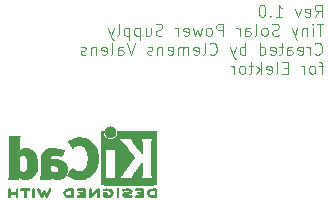
<source format=gbo>
%TF.GenerationSoftware,KiCad,Pcbnew,9.0.1*%
%TF.CreationDate,2025-08-14T16:00:01+05:30*%
%TF.ProjectId,TinySolarSupply,54696e79-536f-46c6-9172-537570706c79,rev?*%
%TF.SameCoordinates,Original*%
%TF.FileFunction,Legend,Bot*%
%TF.FilePolarity,Positive*%
%FSLAX46Y46*%
G04 Gerber Fmt 4.6, Leading zero omitted, Abs format (unit mm)*
G04 Created by KiCad (PCBNEW 9.0.1) date 2025-08-14 16:00:01*
%MOMM*%
%LPD*%
G01*
G04 APERTURE LIST*
%ADD10C,0.100000*%
%ADD11C,0.010000*%
G04 APERTURE END LIST*
D10*
X133490687Y-101189187D02*
X133824020Y-100712996D01*
X134062115Y-101189187D02*
X134062115Y-100189187D01*
X134062115Y-100189187D02*
X133681163Y-100189187D01*
X133681163Y-100189187D02*
X133585925Y-100236806D01*
X133585925Y-100236806D02*
X133538306Y-100284425D01*
X133538306Y-100284425D02*
X133490687Y-100379663D01*
X133490687Y-100379663D02*
X133490687Y-100522520D01*
X133490687Y-100522520D02*
X133538306Y-100617758D01*
X133538306Y-100617758D02*
X133585925Y-100665377D01*
X133585925Y-100665377D02*
X133681163Y-100712996D01*
X133681163Y-100712996D02*
X134062115Y-100712996D01*
X132681163Y-101141568D02*
X132776401Y-101189187D01*
X132776401Y-101189187D02*
X132966877Y-101189187D01*
X132966877Y-101189187D02*
X133062115Y-101141568D01*
X133062115Y-101141568D02*
X133109734Y-101046329D01*
X133109734Y-101046329D02*
X133109734Y-100665377D01*
X133109734Y-100665377D02*
X133062115Y-100570139D01*
X133062115Y-100570139D02*
X132966877Y-100522520D01*
X132966877Y-100522520D02*
X132776401Y-100522520D01*
X132776401Y-100522520D02*
X132681163Y-100570139D01*
X132681163Y-100570139D02*
X132633544Y-100665377D01*
X132633544Y-100665377D02*
X132633544Y-100760615D01*
X132633544Y-100760615D02*
X133109734Y-100855853D01*
X132300210Y-100522520D02*
X132062115Y-101189187D01*
X132062115Y-101189187D02*
X131824020Y-100522520D01*
X130157353Y-101189187D02*
X130728781Y-101189187D01*
X130443067Y-101189187D02*
X130443067Y-100189187D01*
X130443067Y-100189187D02*
X130538305Y-100332044D01*
X130538305Y-100332044D02*
X130633543Y-100427282D01*
X130633543Y-100427282D02*
X130728781Y-100474901D01*
X129728781Y-101093948D02*
X129681162Y-101141568D01*
X129681162Y-101141568D02*
X129728781Y-101189187D01*
X129728781Y-101189187D02*
X129776400Y-101141568D01*
X129776400Y-101141568D02*
X129728781Y-101093948D01*
X129728781Y-101093948D02*
X129728781Y-101189187D01*
X129062115Y-100189187D02*
X128966877Y-100189187D01*
X128966877Y-100189187D02*
X128871639Y-100236806D01*
X128871639Y-100236806D02*
X128824020Y-100284425D01*
X128824020Y-100284425D02*
X128776401Y-100379663D01*
X128776401Y-100379663D02*
X128728782Y-100570139D01*
X128728782Y-100570139D02*
X128728782Y-100808234D01*
X128728782Y-100808234D02*
X128776401Y-100998710D01*
X128776401Y-100998710D02*
X128824020Y-101093948D01*
X128824020Y-101093948D02*
X128871639Y-101141568D01*
X128871639Y-101141568D02*
X128966877Y-101189187D01*
X128966877Y-101189187D02*
X129062115Y-101189187D01*
X129062115Y-101189187D02*
X129157353Y-101141568D01*
X129157353Y-101141568D02*
X129204972Y-101093948D01*
X129204972Y-101093948D02*
X129252591Y-100998710D01*
X129252591Y-100998710D02*
X129300210Y-100808234D01*
X129300210Y-100808234D02*
X129300210Y-100570139D01*
X129300210Y-100570139D02*
X129252591Y-100379663D01*
X129252591Y-100379663D02*
X129204972Y-100284425D01*
X129204972Y-100284425D02*
X129157353Y-100236806D01*
X129157353Y-100236806D02*
X129062115Y-100189187D01*
X134204972Y-101799131D02*
X133633544Y-101799131D01*
X133919258Y-102799131D02*
X133919258Y-101799131D01*
X133300210Y-102799131D02*
X133300210Y-102132464D01*
X133300210Y-101799131D02*
X133347829Y-101846750D01*
X133347829Y-101846750D02*
X133300210Y-101894369D01*
X133300210Y-101894369D02*
X133252591Y-101846750D01*
X133252591Y-101846750D02*
X133300210Y-101799131D01*
X133300210Y-101799131D02*
X133300210Y-101894369D01*
X132824020Y-102132464D02*
X132824020Y-102799131D01*
X132824020Y-102227702D02*
X132776401Y-102180083D01*
X132776401Y-102180083D02*
X132681163Y-102132464D01*
X132681163Y-102132464D02*
X132538306Y-102132464D01*
X132538306Y-102132464D02*
X132443068Y-102180083D01*
X132443068Y-102180083D02*
X132395449Y-102275321D01*
X132395449Y-102275321D02*
X132395449Y-102799131D01*
X132014496Y-102132464D02*
X131776401Y-102799131D01*
X131538306Y-102132464D02*
X131776401Y-102799131D01*
X131776401Y-102799131D02*
X131871639Y-103037226D01*
X131871639Y-103037226D02*
X131919258Y-103084845D01*
X131919258Y-103084845D02*
X132014496Y-103132464D01*
X130443067Y-102751512D02*
X130300210Y-102799131D01*
X130300210Y-102799131D02*
X130062115Y-102799131D01*
X130062115Y-102799131D02*
X129966877Y-102751512D01*
X129966877Y-102751512D02*
X129919258Y-102703892D01*
X129919258Y-102703892D02*
X129871639Y-102608654D01*
X129871639Y-102608654D02*
X129871639Y-102513416D01*
X129871639Y-102513416D02*
X129919258Y-102418178D01*
X129919258Y-102418178D02*
X129966877Y-102370559D01*
X129966877Y-102370559D02*
X130062115Y-102322940D01*
X130062115Y-102322940D02*
X130252591Y-102275321D01*
X130252591Y-102275321D02*
X130347829Y-102227702D01*
X130347829Y-102227702D02*
X130395448Y-102180083D01*
X130395448Y-102180083D02*
X130443067Y-102084845D01*
X130443067Y-102084845D02*
X130443067Y-101989607D01*
X130443067Y-101989607D02*
X130395448Y-101894369D01*
X130395448Y-101894369D02*
X130347829Y-101846750D01*
X130347829Y-101846750D02*
X130252591Y-101799131D01*
X130252591Y-101799131D02*
X130014496Y-101799131D01*
X130014496Y-101799131D02*
X129871639Y-101846750D01*
X129300210Y-102799131D02*
X129395448Y-102751512D01*
X129395448Y-102751512D02*
X129443067Y-102703892D01*
X129443067Y-102703892D02*
X129490686Y-102608654D01*
X129490686Y-102608654D02*
X129490686Y-102322940D01*
X129490686Y-102322940D02*
X129443067Y-102227702D01*
X129443067Y-102227702D02*
X129395448Y-102180083D01*
X129395448Y-102180083D02*
X129300210Y-102132464D01*
X129300210Y-102132464D02*
X129157353Y-102132464D01*
X129157353Y-102132464D02*
X129062115Y-102180083D01*
X129062115Y-102180083D02*
X129014496Y-102227702D01*
X129014496Y-102227702D02*
X128966877Y-102322940D01*
X128966877Y-102322940D02*
X128966877Y-102608654D01*
X128966877Y-102608654D02*
X129014496Y-102703892D01*
X129014496Y-102703892D02*
X129062115Y-102751512D01*
X129062115Y-102751512D02*
X129157353Y-102799131D01*
X129157353Y-102799131D02*
X129300210Y-102799131D01*
X128395448Y-102799131D02*
X128490686Y-102751512D01*
X128490686Y-102751512D02*
X128538305Y-102656273D01*
X128538305Y-102656273D02*
X128538305Y-101799131D01*
X127585924Y-102799131D02*
X127585924Y-102275321D01*
X127585924Y-102275321D02*
X127633543Y-102180083D01*
X127633543Y-102180083D02*
X127728781Y-102132464D01*
X127728781Y-102132464D02*
X127919257Y-102132464D01*
X127919257Y-102132464D02*
X128014495Y-102180083D01*
X127585924Y-102751512D02*
X127681162Y-102799131D01*
X127681162Y-102799131D02*
X127919257Y-102799131D01*
X127919257Y-102799131D02*
X128014495Y-102751512D01*
X128014495Y-102751512D02*
X128062114Y-102656273D01*
X128062114Y-102656273D02*
X128062114Y-102561035D01*
X128062114Y-102561035D02*
X128014495Y-102465797D01*
X128014495Y-102465797D02*
X127919257Y-102418178D01*
X127919257Y-102418178D02*
X127681162Y-102418178D01*
X127681162Y-102418178D02*
X127585924Y-102370559D01*
X127109733Y-102799131D02*
X127109733Y-102132464D01*
X127109733Y-102322940D02*
X127062114Y-102227702D01*
X127062114Y-102227702D02*
X127014495Y-102180083D01*
X127014495Y-102180083D02*
X126919257Y-102132464D01*
X126919257Y-102132464D02*
X126824019Y-102132464D01*
X125728780Y-102799131D02*
X125728780Y-101799131D01*
X125728780Y-101799131D02*
X125347828Y-101799131D01*
X125347828Y-101799131D02*
X125252590Y-101846750D01*
X125252590Y-101846750D02*
X125204971Y-101894369D01*
X125204971Y-101894369D02*
X125157352Y-101989607D01*
X125157352Y-101989607D02*
X125157352Y-102132464D01*
X125157352Y-102132464D02*
X125204971Y-102227702D01*
X125204971Y-102227702D02*
X125252590Y-102275321D01*
X125252590Y-102275321D02*
X125347828Y-102322940D01*
X125347828Y-102322940D02*
X125728780Y-102322940D01*
X124585923Y-102799131D02*
X124681161Y-102751512D01*
X124681161Y-102751512D02*
X124728780Y-102703892D01*
X124728780Y-102703892D02*
X124776399Y-102608654D01*
X124776399Y-102608654D02*
X124776399Y-102322940D01*
X124776399Y-102322940D02*
X124728780Y-102227702D01*
X124728780Y-102227702D02*
X124681161Y-102180083D01*
X124681161Y-102180083D02*
X124585923Y-102132464D01*
X124585923Y-102132464D02*
X124443066Y-102132464D01*
X124443066Y-102132464D02*
X124347828Y-102180083D01*
X124347828Y-102180083D02*
X124300209Y-102227702D01*
X124300209Y-102227702D02*
X124252590Y-102322940D01*
X124252590Y-102322940D02*
X124252590Y-102608654D01*
X124252590Y-102608654D02*
X124300209Y-102703892D01*
X124300209Y-102703892D02*
X124347828Y-102751512D01*
X124347828Y-102751512D02*
X124443066Y-102799131D01*
X124443066Y-102799131D02*
X124585923Y-102799131D01*
X123919256Y-102132464D02*
X123728780Y-102799131D01*
X123728780Y-102799131D02*
X123538304Y-102322940D01*
X123538304Y-102322940D02*
X123347828Y-102799131D01*
X123347828Y-102799131D02*
X123157352Y-102132464D01*
X122395447Y-102751512D02*
X122490685Y-102799131D01*
X122490685Y-102799131D02*
X122681161Y-102799131D01*
X122681161Y-102799131D02*
X122776399Y-102751512D01*
X122776399Y-102751512D02*
X122824018Y-102656273D01*
X122824018Y-102656273D02*
X122824018Y-102275321D01*
X122824018Y-102275321D02*
X122776399Y-102180083D01*
X122776399Y-102180083D02*
X122681161Y-102132464D01*
X122681161Y-102132464D02*
X122490685Y-102132464D01*
X122490685Y-102132464D02*
X122395447Y-102180083D01*
X122395447Y-102180083D02*
X122347828Y-102275321D01*
X122347828Y-102275321D02*
X122347828Y-102370559D01*
X122347828Y-102370559D02*
X122824018Y-102465797D01*
X121919256Y-102799131D02*
X121919256Y-102132464D01*
X121919256Y-102322940D02*
X121871637Y-102227702D01*
X121871637Y-102227702D02*
X121824018Y-102180083D01*
X121824018Y-102180083D02*
X121728780Y-102132464D01*
X121728780Y-102132464D02*
X121633542Y-102132464D01*
X120585922Y-102751512D02*
X120443065Y-102799131D01*
X120443065Y-102799131D02*
X120204970Y-102799131D01*
X120204970Y-102799131D02*
X120109732Y-102751512D01*
X120109732Y-102751512D02*
X120062113Y-102703892D01*
X120062113Y-102703892D02*
X120014494Y-102608654D01*
X120014494Y-102608654D02*
X120014494Y-102513416D01*
X120014494Y-102513416D02*
X120062113Y-102418178D01*
X120062113Y-102418178D02*
X120109732Y-102370559D01*
X120109732Y-102370559D02*
X120204970Y-102322940D01*
X120204970Y-102322940D02*
X120395446Y-102275321D01*
X120395446Y-102275321D02*
X120490684Y-102227702D01*
X120490684Y-102227702D02*
X120538303Y-102180083D01*
X120538303Y-102180083D02*
X120585922Y-102084845D01*
X120585922Y-102084845D02*
X120585922Y-101989607D01*
X120585922Y-101989607D02*
X120538303Y-101894369D01*
X120538303Y-101894369D02*
X120490684Y-101846750D01*
X120490684Y-101846750D02*
X120395446Y-101799131D01*
X120395446Y-101799131D02*
X120157351Y-101799131D01*
X120157351Y-101799131D02*
X120014494Y-101846750D01*
X119157351Y-102132464D02*
X119157351Y-102799131D01*
X119585922Y-102132464D02*
X119585922Y-102656273D01*
X119585922Y-102656273D02*
X119538303Y-102751512D01*
X119538303Y-102751512D02*
X119443065Y-102799131D01*
X119443065Y-102799131D02*
X119300208Y-102799131D01*
X119300208Y-102799131D02*
X119204970Y-102751512D01*
X119204970Y-102751512D02*
X119157351Y-102703892D01*
X118681160Y-102132464D02*
X118681160Y-103132464D01*
X118681160Y-102180083D02*
X118585922Y-102132464D01*
X118585922Y-102132464D02*
X118395446Y-102132464D01*
X118395446Y-102132464D02*
X118300208Y-102180083D01*
X118300208Y-102180083D02*
X118252589Y-102227702D01*
X118252589Y-102227702D02*
X118204970Y-102322940D01*
X118204970Y-102322940D02*
X118204970Y-102608654D01*
X118204970Y-102608654D02*
X118252589Y-102703892D01*
X118252589Y-102703892D02*
X118300208Y-102751512D01*
X118300208Y-102751512D02*
X118395446Y-102799131D01*
X118395446Y-102799131D02*
X118585922Y-102799131D01*
X118585922Y-102799131D02*
X118681160Y-102751512D01*
X117776398Y-102132464D02*
X117776398Y-103132464D01*
X117776398Y-102180083D02*
X117681160Y-102132464D01*
X117681160Y-102132464D02*
X117490684Y-102132464D01*
X117490684Y-102132464D02*
X117395446Y-102180083D01*
X117395446Y-102180083D02*
X117347827Y-102227702D01*
X117347827Y-102227702D02*
X117300208Y-102322940D01*
X117300208Y-102322940D02*
X117300208Y-102608654D01*
X117300208Y-102608654D02*
X117347827Y-102703892D01*
X117347827Y-102703892D02*
X117395446Y-102751512D01*
X117395446Y-102751512D02*
X117490684Y-102799131D01*
X117490684Y-102799131D02*
X117681160Y-102799131D01*
X117681160Y-102799131D02*
X117776398Y-102751512D01*
X116728779Y-102799131D02*
X116824017Y-102751512D01*
X116824017Y-102751512D02*
X116871636Y-102656273D01*
X116871636Y-102656273D02*
X116871636Y-101799131D01*
X116443064Y-102132464D02*
X116204969Y-102799131D01*
X115966874Y-102132464D02*
X116204969Y-102799131D01*
X116204969Y-102799131D02*
X116300207Y-103037226D01*
X116300207Y-103037226D02*
X116347826Y-103084845D01*
X116347826Y-103084845D02*
X116443064Y-103132464D01*
X133490687Y-104313836D02*
X133538306Y-104361456D01*
X133538306Y-104361456D02*
X133681163Y-104409075D01*
X133681163Y-104409075D02*
X133776401Y-104409075D01*
X133776401Y-104409075D02*
X133919258Y-104361456D01*
X133919258Y-104361456D02*
X134014496Y-104266217D01*
X134014496Y-104266217D02*
X134062115Y-104170979D01*
X134062115Y-104170979D02*
X134109734Y-103980503D01*
X134109734Y-103980503D02*
X134109734Y-103837646D01*
X134109734Y-103837646D02*
X134062115Y-103647170D01*
X134062115Y-103647170D02*
X134014496Y-103551932D01*
X134014496Y-103551932D02*
X133919258Y-103456694D01*
X133919258Y-103456694D02*
X133776401Y-103409075D01*
X133776401Y-103409075D02*
X133681163Y-103409075D01*
X133681163Y-103409075D02*
X133538306Y-103456694D01*
X133538306Y-103456694D02*
X133490687Y-103504313D01*
X133062115Y-104409075D02*
X133062115Y-103742408D01*
X133062115Y-103932884D02*
X133014496Y-103837646D01*
X133014496Y-103837646D02*
X132966877Y-103790027D01*
X132966877Y-103790027D02*
X132871639Y-103742408D01*
X132871639Y-103742408D02*
X132776401Y-103742408D01*
X132062115Y-104361456D02*
X132157353Y-104409075D01*
X132157353Y-104409075D02*
X132347829Y-104409075D01*
X132347829Y-104409075D02*
X132443067Y-104361456D01*
X132443067Y-104361456D02*
X132490686Y-104266217D01*
X132490686Y-104266217D02*
X132490686Y-103885265D01*
X132490686Y-103885265D02*
X132443067Y-103790027D01*
X132443067Y-103790027D02*
X132347829Y-103742408D01*
X132347829Y-103742408D02*
X132157353Y-103742408D01*
X132157353Y-103742408D02*
X132062115Y-103790027D01*
X132062115Y-103790027D02*
X132014496Y-103885265D01*
X132014496Y-103885265D02*
X132014496Y-103980503D01*
X132014496Y-103980503D02*
X132490686Y-104075741D01*
X131157353Y-104409075D02*
X131157353Y-103885265D01*
X131157353Y-103885265D02*
X131204972Y-103790027D01*
X131204972Y-103790027D02*
X131300210Y-103742408D01*
X131300210Y-103742408D02*
X131490686Y-103742408D01*
X131490686Y-103742408D02*
X131585924Y-103790027D01*
X131157353Y-104361456D02*
X131252591Y-104409075D01*
X131252591Y-104409075D02*
X131490686Y-104409075D01*
X131490686Y-104409075D02*
X131585924Y-104361456D01*
X131585924Y-104361456D02*
X131633543Y-104266217D01*
X131633543Y-104266217D02*
X131633543Y-104170979D01*
X131633543Y-104170979D02*
X131585924Y-104075741D01*
X131585924Y-104075741D02*
X131490686Y-104028122D01*
X131490686Y-104028122D02*
X131252591Y-104028122D01*
X131252591Y-104028122D02*
X131157353Y-103980503D01*
X130824019Y-103742408D02*
X130443067Y-103742408D01*
X130681162Y-103409075D02*
X130681162Y-104266217D01*
X130681162Y-104266217D02*
X130633543Y-104361456D01*
X130633543Y-104361456D02*
X130538305Y-104409075D01*
X130538305Y-104409075D02*
X130443067Y-104409075D01*
X129728781Y-104361456D02*
X129824019Y-104409075D01*
X129824019Y-104409075D02*
X130014495Y-104409075D01*
X130014495Y-104409075D02*
X130109733Y-104361456D01*
X130109733Y-104361456D02*
X130157352Y-104266217D01*
X130157352Y-104266217D02*
X130157352Y-103885265D01*
X130157352Y-103885265D02*
X130109733Y-103790027D01*
X130109733Y-103790027D02*
X130014495Y-103742408D01*
X130014495Y-103742408D02*
X129824019Y-103742408D01*
X129824019Y-103742408D02*
X129728781Y-103790027D01*
X129728781Y-103790027D02*
X129681162Y-103885265D01*
X129681162Y-103885265D02*
X129681162Y-103980503D01*
X129681162Y-103980503D02*
X130157352Y-104075741D01*
X128824019Y-104409075D02*
X128824019Y-103409075D01*
X128824019Y-104361456D02*
X128919257Y-104409075D01*
X128919257Y-104409075D02*
X129109733Y-104409075D01*
X129109733Y-104409075D02*
X129204971Y-104361456D01*
X129204971Y-104361456D02*
X129252590Y-104313836D01*
X129252590Y-104313836D02*
X129300209Y-104218598D01*
X129300209Y-104218598D02*
X129300209Y-103932884D01*
X129300209Y-103932884D02*
X129252590Y-103837646D01*
X129252590Y-103837646D02*
X129204971Y-103790027D01*
X129204971Y-103790027D02*
X129109733Y-103742408D01*
X129109733Y-103742408D02*
X128919257Y-103742408D01*
X128919257Y-103742408D02*
X128824019Y-103790027D01*
X127585923Y-104409075D02*
X127585923Y-103409075D01*
X127585923Y-103790027D02*
X127490685Y-103742408D01*
X127490685Y-103742408D02*
X127300209Y-103742408D01*
X127300209Y-103742408D02*
X127204971Y-103790027D01*
X127204971Y-103790027D02*
X127157352Y-103837646D01*
X127157352Y-103837646D02*
X127109733Y-103932884D01*
X127109733Y-103932884D02*
X127109733Y-104218598D01*
X127109733Y-104218598D02*
X127157352Y-104313836D01*
X127157352Y-104313836D02*
X127204971Y-104361456D01*
X127204971Y-104361456D02*
X127300209Y-104409075D01*
X127300209Y-104409075D02*
X127490685Y-104409075D01*
X127490685Y-104409075D02*
X127585923Y-104361456D01*
X126776399Y-103742408D02*
X126538304Y-104409075D01*
X126300209Y-103742408D02*
X126538304Y-104409075D01*
X126538304Y-104409075D02*
X126633542Y-104647170D01*
X126633542Y-104647170D02*
X126681161Y-104694789D01*
X126681161Y-104694789D02*
X126776399Y-104742408D01*
X124585923Y-104313836D02*
X124633542Y-104361456D01*
X124633542Y-104361456D02*
X124776399Y-104409075D01*
X124776399Y-104409075D02*
X124871637Y-104409075D01*
X124871637Y-104409075D02*
X125014494Y-104361456D01*
X125014494Y-104361456D02*
X125109732Y-104266217D01*
X125109732Y-104266217D02*
X125157351Y-104170979D01*
X125157351Y-104170979D02*
X125204970Y-103980503D01*
X125204970Y-103980503D02*
X125204970Y-103837646D01*
X125204970Y-103837646D02*
X125157351Y-103647170D01*
X125157351Y-103647170D02*
X125109732Y-103551932D01*
X125109732Y-103551932D02*
X125014494Y-103456694D01*
X125014494Y-103456694D02*
X124871637Y-103409075D01*
X124871637Y-103409075D02*
X124776399Y-103409075D01*
X124776399Y-103409075D02*
X124633542Y-103456694D01*
X124633542Y-103456694D02*
X124585923Y-103504313D01*
X124014494Y-104409075D02*
X124109732Y-104361456D01*
X124109732Y-104361456D02*
X124157351Y-104266217D01*
X124157351Y-104266217D02*
X124157351Y-103409075D01*
X123252589Y-104361456D02*
X123347827Y-104409075D01*
X123347827Y-104409075D02*
X123538303Y-104409075D01*
X123538303Y-104409075D02*
X123633541Y-104361456D01*
X123633541Y-104361456D02*
X123681160Y-104266217D01*
X123681160Y-104266217D02*
X123681160Y-103885265D01*
X123681160Y-103885265D02*
X123633541Y-103790027D01*
X123633541Y-103790027D02*
X123538303Y-103742408D01*
X123538303Y-103742408D02*
X123347827Y-103742408D01*
X123347827Y-103742408D02*
X123252589Y-103790027D01*
X123252589Y-103790027D02*
X123204970Y-103885265D01*
X123204970Y-103885265D02*
X123204970Y-103980503D01*
X123204970Y-103980503D02*
X123681160Y-104075741D01*
X122776398Y-104409075D02*
X122776398Y-103742408D01*
X122776398Y-103837646D02*
X122728779Y-103790027D01*
X122728779Y-103790027D02*
X122633541Y-103742408D01*
X122633541Y-103742408D02*
X122490684Y-103742408D01*
X122490684Y-103742408D02*
X122395446Y-103790027D01*
X122395446Y-103790027D02*
X122347827Y-103885265D01*
X122347827Y-103885265D02*
X122347827Y-104409075D01*
X122347827Y-103885265D02*
X122300208Y-103790027D01*
X122300208Y-103790027D02*
X122204970Y-103742408D01*
X122204970Y-103742408D02*
X122062113Y-103742408D01*
X122062113Y-103742408D02*
X121966874Y-103790027D01*
X121966874Y-103790027D02*
X121919255Y-103885265D01*
X121919255Y-103885265D02*
X121919255Y-104409075D01*
X121062113Y-104361456D02*
X121157351Y-104409075D01*
X121157351Y-104409075D02*
X121347827Y-104409075D01*
X121347827Y-104409075D02*
X121443065Y-104361456D01*
X121443065Y-104361456D02*
X121490684Y-104266217D01*
X121490684Y-104266217D02*
X121490684Y-103885265D01*
X121490684Y-103885265D02*
X121443065Y-103790027D01*
X121443065Y-103790027D02*
X121347827Y-103742408D01*
X121347827Y-103742408D02*
X121157351Y-103742408D01*
X121157351Y-103742408D02*
X121062113Y-103790027D01*
X121062113Y-103790027D02*
X121014494Y-103885265D01*
X121014494Y-103885265D02*
X121014494Y-103980503D01*
X121014494Y-103980503D02*
X121490684Y-104075741D01*
X120585922Y-103742408D02*
X120585922Y-104409075D01*
X120585922Y-103837646D02*
X120538303Y-103790027D01*
X120538303Y-103790027D02*
X120443065Y-103742408D01*
X120443065Y-103742408D02*
X120300208Y-103742408D01*
X120300208Y-103742408D02*
X120204970Y-103790027D01*
X120204970Y-103790027D02*
X120157351Y-103885265D01*
X120157351Y-103885265D02*
X120157351Y-104409075D01*
X119728779Y-104361456D02*
X119633541Y-104409075D01*
X119633541Y-104409075D02*
X119443065Y-104409075D01*
X119443065Y-104409075D02*
X119347827Y-104361456D01*
X119347827Y-104361456D02*
X119300208Y-104266217D01*
X119300208Y-104266217D02*
X119300208Y-104218598D01*
X119300208Y-104218598D02*
X119347827Y-104123360D01*
X119347827Y-104123360D02*
X119443065Y-104075741D01*
X119443065Y-104075741D02*
X119585922Y-104075741D01*
X119585922Y-104075741D02*
X119681160Y-104028122D01*
X119681160Y-104028122D02*
X119728779Y-103932884D01*
X119728779Y-103932884D02*
X119728779Y-103885265D01*
X119728779Y-103885265D02*
X119681160Y-103790027D01*
X119681160Y-103790027D02*
X119585922Y-103742408D01*
X119585922Y-103742408D02*
X119443065Y-103742408D01*
X119443065Y-103742408D02*
X119347827Y-103790027D01*
X118252588Y-103409075D02*
X117919255Y-104409075D01*
X117919255Y-104409075D02*
X117585922Y-103409075D01*
X116824017Y-104409075D02*
X116824017Y-103885265D01*
X116824017Y-103885265D02*
X116871636Y-103790027D01*
X116871636Y-103790027D02*
X116966874Y-103742408D01*
X116966874Y-103742408D02*
X117157350Y-103742408D01*
X117157350Y-103742408D02*
X117252588Y-103790027D01*
X116824017Y-104361456D02*
X116919255Y-104409075D01*
X116919255Y-104409075D02*
X117157350Y-104409075D01*
X117157350Y-104409075D02*
X117252588Y-104361456D01*
X117252588Y-104361456D02*
X117300207Y-104266217D01*
X117300207Y-104266217D02*
X117300207Y-104170979D01*
X117300207Y-104170979D02*
X117252588Y-104075741D01*
X117252588Y-104075741D02*
X117157350Y-104028122D01*
X117157350Y-104028122D02*
X116919255Y-104028122D01*
X116919255Y-104028122D02*
X116824017Y-103980503D01*
X116204969Y-104409075D02*
X116300207Y-104361456D01*
X116300207Y-104361456D02*
X116347826Y-104266217D01*
X116347826Y-104266217D02*
X116347826Y-103409075D01*
X115443064Y-104361456D02*
X115538302Y-104409075D01*
X115538302Y-104409075D02*
X115728778Y-104409075D01*
X115728778Y-104409075D02*
X115824016Y-104361456D01*
X115824016Y-104361456D02*
X115871635Y-104266217D01*
X115871635Y-104266217D02*
X115871635Y-103885265D01*
X115871635Y-103885265D02*
X115824016Y-103790027D01*
X115824016Y-103790027D02*
X115728778Y-103742408D01*
X115728778Y-103742408D02*
X115538302Y-103742408D01*
X115538302Y-103742408D02*
X115443064Y-103790027D01*
X115443064Y-103790027D02*
X115395445Y-103885265D01*
X115395445Y-103885265D02*
X115395445Y-103980503D01*
X115395445Y-103980503D02*
X115871635Y-104075741D01*
X114966873Y-103742408D02*
X114966873Y-104409075D01*
X114966873Y-103837646D02*
X114919254Y-103790027D01*
X114919254Y-103790027D02*
X114824016Y-103742408D01*
X114824016Y-103742408D02*
X114681159Y-103742408D01*
X114681159Y-103742408D02*
X114585921Y-103790027D01*
X114585921Y-103790027D02*
X114538302Y-103885265D01*
X114538302Y-103885265D02*
X114538302Y-104409075D01*
X114109730Y-104361456D02*
X114014492Y-104409075D01*
X114014492Y-104409075D02*
X113824016Y-104409075D01*
X113824016Y-104409075D02*
X113728778Y-104361456D01*
X113728778Y-104361456D02*
X113681159Y-104266217D01*
X113681159Y-104266217D02*
X113681159Y-104218598D01*
X113681159Y-104218598D02*
X113728778Y-104123360D01*
X113728778Y-104123360D02*
X113824016Y-104075741D01*
X113824016Y-104075741D02*
X113966873Y-104075741D01*
X113966873Y-104075741D02*
X114062111Y-104028122D01*
X114062111Y-104028122D02*
X114109730Y-103932884D01*
X114109730Y-103932884D02*
X114109730Y-103885265D01*
X114109730Y-103885265D02*
X114062111Y-103790027D01*
X114062111Y-103790027D02*
X113966873Y-103742408D01*
X113966873Y-103742408D02*
X113824016Y-103742408D01*
X113824016Y-103742408D02*
X113728778Y-103790027D01*
X134204972Y-105352352D02*
X133824020Y-105352352D01*
X134062115Y-106019019D02*
X134062115Y-105161876D01*
X134062115Y-105161876D02*
X134014496Y-105066638D01*
X134014496Y-105066638D02*
X133919258Y-105019019D01*
X133919258Y-105019019D02*
X133824020Y-105019019D01*
X133347829Y-106019019D02*
X133443067Y-105971400D01*
X133443067Y-105971400D02*
X133490686Y-105923780D01*
X133490686Y-105923780D02*
X133538305Y-105828542D01*
X133538305Y-105828542D02*
X133538305Y-105542828D01*
X133538305Y-105542828D02*
X133490686Y-105447590D01*
X133490686Y-105447590D02*
X133443067Y-105399971D01*
X133443067Y-105399971D02*
X133347829Y-105352352D01*
X133347829Y-105352352D02*
X133204972Y-105352352D01*
X133204972Y-105352352D02*
X133109734Y-105399971D01*
X133109734Y-105399971D02*
X133062115Y-105447590D01*
X133062115Y-105447590D02*
X133014496Y-105542828D01*
X133014496Y-105542828D02*
X133014496Y-105828542D01*
X133014496Y-105828542D02*
X133062115Y-105923780D01*
X133062115Y-105923780D02*
X133109734Y-105971400D01*
X133109734Y-105971400D02*
X133204972Y-106019019D01*
X133204972Y-106019019D02*
X133347829Y-106019019D01*
X132585924Y-106019019D02*
X132585924Y-105352352D01*
X132585924Y-105542828D02*
X132538305Y-105447590D01*
X132538305Y-105447590D02*
X132490686Y-105399971D01*
X132490686Y-105399971D02*
X132395448Y-105352352D01*
X132395448Y-105352352D02*
X132300210Y-105352352D01*
X131204971Y-105495209D02*
X130871638Y-105495209D01*
X130728781Y-106019019D02*
X131204971Y-106019019D01*
X131204971Y-106019019D02*
X131204971Y-105019019D01*
X131204971Y-105019019D02*
X130728781Y-105019019D01*
X130157352Y-106019019D02*
X130252590Y-105971400D01*
X130252590Y-105971400D02*
X130300209Y-105876161D01*
X130300209Y-105876161D02*
X130300209Y-105019019D01*
X129395447Y-105971400D02*
X129490685Y-106019019D01*
X129490685Y-106019019D02*
X129681161Y-106019019D01*
X129681161Y-106019019D02*
X129776399Y-105971400D01*
X129776399Y-105971400D02*
X129824018Y-105876161D01*
X129824018Y-105876161D02*
X129824018Y-105495209D01*
X129824018Y-105495209D02*
X129776399Y-105399971D01*
X129776399Y-105399971D02*
X129681161Y-105352352D01*
X129681161Y-105352352D02*
X129490685Y-105352352D01*
X129490685Y-105352352D02*
X129395447Y-105399971D01*
X129395447Y-105399971D02*
X129347828Y-105495209D01*
X129347828Y-105495209D02*
X129347828Y-105590447D01*
X129347828Y-105590447D02*
X129824018Y-105685685D01*
X128919256Y-106019019D02*
X128919256Y-105019019D01*
X128824018Y-105638066D02*
X128538304Y-106019019D01*
X128538304Y-105352352D02*
X128919256Y-105733304D01*
X128252589Y-105352352D02*
X127871637Y-105352352D01*
X128109732Y-105019019D02*
X128109732Y-105876161D01*
X128109732Y-105876161D02*
X128062113Y-105971400D01*
X128062113Y-105971400D02*
X127966875Y-106019019D01*
X127966875Y-106019019D02*
X127871637Y-106019019D01*
X127395446Y-106019019D02*
X127490684Y-105971400D01*
X127490684Y-105971400D02*
X127538303Y-105923780D01*
X127538303Y-105923780D02*
X127585922Y-105828542D01*
X127585922Y-105828542D02*
X127585922Y-105542828D01*
X127585922Y-105542828D02*
X127538303Y-105447590D01*
X127538303Y-105447590D02*
X127490684Y-105399971D01*
X127490684Y-105399971D02*
X127395446Y-105352352D01*
X127395446Y-105352352D02*
X127252589Y-105352352D01*
X127252589Y-105352352D02*
X127157351Y-105399971D01*
X127157351Y-105399971D02*
X127109732Y-105447590D01*
X127109732Y-105447590D02*
X127062113Y-105542828D01*
X127062113Y-105542828D02*
X127062113Y-105828542D01*
X127062113Y-105828542D02*
X127109732Y-105923780D01*
X127109732Y-105923780D02*
X127157351Y-105971400D01*
X127157351Y-105971400D02*
X127252589Y-106019019D01*
X127252589Y-106019019D02*
X127395446Y-106019019D01*
X126633541Y-106019019D02*
X126633541Y-105352352D01*
X126633541Y-105542828D02*
X126585922Y-105447590D01*
X126585922Y-105447590D02*
X126538303Y-105399971D01*
X126538303Y-105399971D02*
X126443065Y-105352352D01*
X126443065Y-105352352D02*
X126347827Y-105352352D01*
D11*
%TO.C,REF\u002A\u002A*%
X109647406Y-115736749D02*
X109673127Y-115752447D01*
X109699778Y-115774027D01*
X109699778Y-116421484D01*
X109673127Y-116443064D01*
X109641767Y-116460539D01*
X109605966Y-116461375D01*
X109574528Y-116440882D01*
X109570652Y-116436216D01*
X109565186Y-116426749D01*
X109560979Y-116413067D01*
X109557867Y-116392548D01*
X109555687Y-116362568D01*
X109554276Y-116320504D01*
X109553471Y-116263732D01*
X109553107Y-116189630D01*
X109553022Y-116095573D01*
X109553022Y-115774027D01*
X109579673Y-115752447D01*
X109603386Y-115737677D01*
X109626400Y-115730867D01*
X109647406Y-115736749D01*
G36*
X109647406Y-115736749D02*
G01*
X109673127Y-115752447D01*
X109699778Y-115774027D01*
X109699778Y-116421484D01*
X109673127Y-116443064D01*
X109641767Y-116460539D01*
X109605966Y-116461375D01*
X109574528Y-116440882D01*
X109570652Y-116436216D01*
X109565186Y-116426749D01*
X109560979Y-116413067D01*
X109557867Y-116392548D01*
X109555687Y-116362568D01*
X109554276Y-116320504D01*
X109553471Y-116263732D01*
X109553107Y-116189630D01*
X109553022Y-116095573D01*
X109553022Y-115774027D01*
X109579673Y-115752447D01*
X109603386Y-115737677D01*
X109626400Y-115730867D01*
X109647406Y-115736749D01*
G37*
X116778137Y-115735263D02*
X116812291Y-115758576D01*
X116840000Y-115786285D01*
X116840000Y-116099337D01*
X116839959Y-116183367D01*
X116839701Y-116257589D01*
X116839030Y-116314341D01*
X116837752Y-116356312D01*
X116835673Y-116386189D01*
X116832599Y-116406661D01*
X116828334Y-116420414D01*
X116822684Y-116430137D01*
X116815455Y-116438517D01*
X116783991Y-116459981D01*
X116748826Y-116461747D01*
X116715822Y-116442067D01*
X116710516Y-116436198D01*
X116705066Y-116427114D01*
X116700900Y-116413773D01*
X116697846Y-116393557D01*
X116695732Y-116363849D01*
X116694386Y-116322032D01*
X116693638Y-116265489D01*
X116693314Y-116191602D01*
X116693245Y-116097756D01*
X116693284Y-116022094D01*
X116693539Y-115944185D01*
X116694183Y-115884175D01*
X116695387Y-115839448D01*
X116697324Y-115807385D01*
X116700164Y-115785371D01*
X116704079Y-115770787D01*
X116709242Y-115761018D01*
X116715822Y-115753445D01*
X116745006Y-115734423D01*
X116778137Y-115735263D01*
G36*
X116778137Y-115735263D02*
G01*
X116812291Y-115758576D01*
X116840000Y-115786285D01*
X116840000Y-116099337D01*
X116839959Y-116183367D01*
X116839701Y-116257589D01*
X116839030Y-116314341D01*
X116837752Y-116356312D01*
X116835673Y-116386189D01*
X116832599Y-116406661D01*
X116828334Y-116420414D01*
X116822684Y-116430137D01*
X116815455Y-116438517D01*
X116783991Y-116459981D01*
X116748826Y-116461747D01*
X116715822Y-116442067D01*
X116710516Y-116436198D01*
X116705066Y-116427114D01*
X116700900Y-116413773D01*
X116697846Y-116393557D01*
X116695732Y-116363849D01*
X116694386Y-116322032D01*
X116693638Y-116265489D01*
X116693314Y-116191602D01*
X116693245Y-116097756D01*
X116693284Y-116022094D01*
X116693539Y-115944185D01*
X116694183Y-115884175D01*
X116695387Y-115839448D01*
X116697324Y-115807385D01*
X116700164Y-115785371D01*
X116704079Y-115770787D01*
X116709242Y-115761018D01*
X116715822Y-115753445D01*
X116745006Y-115734423D01*
X116778137Y-115735263D01*
G37*
X116246562Y-110494650D02*
X116329313Y-110521853D01*
X116404406Y-110567284D01*
X116476298Y-110633102D01*
X116514846Y-110677367D01*
X116554256Y-110735761D01*
X116579446Y-110796386D01*
X116592861Y-110865665D01*
X116596948Y-110950022D01*
X116596669Y-110996107D01*
X116594460Y-111037250D01*
X116588894Y-111069382D01*
X116578586Y-111099922D01*
X116562148Y-111136289D01*
X116548200Y-111163528D01*
X116489665Y-111249229D01*
X116417619Y-111318417D01*
X116333947Y-111369541D01*
X116240531Y-111401050D01*
X116207434Y-111408025D01*
X116166960Y-111414894D01*
X116133999Y-111416719D01*
X116099698Y-111413747D01*
X116055200Y-111406226D01*
X116003934Y-111393802D01*
X115913434Y-111355912D01*
X115834345Y-111301636D01*
X115768528Y-111233570D01*
X115717840Y-111154311D01*
X115684140Y-111066454D01*
X115669286Y-110972595D01*
X115675136Y-110875330D01*
X115701399Y-110779020D01*
X115746418Y-110690294D01*
X115807373Y-110615219D01*
X115882184Y-110555441D01*
X115968768Y-110512609D01*
X116065043Y-110488371D01*
X116168928Y-110484376D01*
X116246562Y-110494650D01*
G36*
X116246562Y-110494650D02*
G01*
X116329313Y-110521853D01*
X116404406Y-110567284D01*
X116476298Y-110633102D01*
X116514846Y-110677367D01*
X116554256Y-110735761D01*
X116579446Y-110796386D01*
X116592861Y-110865665D01*
X116596948Y-110950022D01*
X116596669Y-110996107D01*
X116594460Y-111037250D01*
X116588894Y-111069382D01*
X116578586Y-111099922D01*
X116562148Y-111136289D01*
X116548200Y-111163528D01*
X116489665Y-111249229D01*
X116417619Y-111318417D01*
X116333947Y-111369541D01*
X116240531Y-111401050D01*
X116207434Y-111408025D01*
X116166960Y-111414894D01*
X116133999Y-111416719D01*
X116099698Y-111413747D01*
X116055200Y-111406226D01*
X116003934Y-111393802D01*
X115913434Y-111355912D01*
X115834345Y-111301636D01*
X115768528Y-111233570D01*
X115717840Y-111154311D01*
X115684140Y-111066454D01*
X115669286Y-110972595D01*
X115675136Y-110875330D01*
X115701399Y-110779020D01*
X115746418Y-110690294D01*
X115807373Y-110615219D01*
X115882184Y-110555441D01*
X115968768Y-110512609D01*
X116065043Y-110488371D01*
X116168928Y-110484376D01*
X116246562Y-110494650D01*
G37*
X108947767Y-115730868D02*
X109041890Y-115730958D01*
X109116405Y-115731298D01*
X109173811Y-115732039D01*
X109216611Y-115733335D01*
X109247304Y-115735337D01*
X109268391Y-115738196D01*
X109282373Y-115742066D01*
X109291750Y-115747098D01*
X109299022Y-115753445D01*
X109317828Y-115786162D01*
X109319275Y-115823739D01*
X109302917Y-115856978D01*
X109301557Y-115858431D01*
X109290354Y-115866792D01*
X109273252Y-115872347D01*
X109246082Y-115875640D01*
X109204678Y-115877218D01*
X109144873Y-115877622D01*
X109005511Y-115877622D01*
X109005511Y-116141389D01*
X109005436Y-116217217D01*
X109005028Y-116283883D01*
X109004046Y-116333667D01*
X109002250Y-116369584D01*
X108999399Y-116394650D01*
X108995253Y-116411881D01*
X108989571Y-116424292D01*
X108982114Y-116434900D01*
X108979824Y-116437706D01*
X108948646Y-116460348D01*
X108914266Y-116461912D01*
X108881334Y-116442067D01*
X108874355Y-116433991D01*
X108868883Y-116423393D01*
X108864863Y-116407549D01*
X108862072Y-116383573D01*
X108860288Y-116348574D01*
X108859289Y-116299664D01*
X108858852Y-116233954D01*
X108858756Y-116148556D01*
X108858756Y-115877622D01*
X108712820Y-115877622D01*
X108701720Y-115877621D01*
X108645202Y-115877396D01*
X108606358Y-115876257D01*
X108580965Y-115873457D01*
X108564804Y-115868250D01*
X108553652Y-115859889D01*
X108543289Y-115847626D01*
X108527441Y-115816938D01*
X108530543Y-115783158D01*
X108556187Y-115750622D01*
X108561129Y-115746905D01*
X108571338Y-115742069D01*
X108586764Y-115738306D01*
X108609886Y-115735483D01*
X108643183Y-115733470D01*
X108689137Y-115732133D01*
X108750228Y-115731342D01*
X108828935Y-115730963D01*
X108927740Y-115730867D01*
X108947767Y-115730868D01*
G36*
X108947767Y-115730868D02*
G01*
X109041890Y-115730958D01*
X109116405Y-115731298D01*
X109173811Y-115732039D01*
X109216611Y-115733335D01*
X109247304Y-115735337D01*
X109268391Y-115738196D01*
X109282373Y-115742066D01*
X109291750Y-115747098D01*
X109299022Y-115753445D01*
X109317828Y-115786162D01*
X109319275Y-115823739D01*
X109302917Y-115856978D01*
X109301557Y-115858431D01*
X109290354Y-115866792D01*
X109273252Y-115872347D01*
X109246082Y-115875640D01*
X109204678Y-115877218D01*
X109144873Y-115877622D01*
X109005511Y-115877622D01*
X109005511Y-116141389D01*
X109005436Y-116217217D01*
X109005028Y-116283883D01*
X109004046Y-116333667D01*
X109002250Y-116369584D01*
X108999399Y-116394650D01*
X108995253Y-116411881D01*
X108989571Y-116424292D01*
X108982114Y-116434900D01*
X108979824Y-116437706D01*
X108948646Y-116460348D01*
X108914266Y-116461912D01*
X108881334Y-116442067D01*
X108874355Y-116433991D01*
X108868883Y-116423393D01*
X108864863Y-116407549D01*
X108862072Y-116383573D01*
X108860288Y-116348574D01*
X108859289Y-116299664D01*
X108858852Y-116233954D01*
X108858756Y-116148556D01*
X108858756Y-115877622D01*
X108712820Y-115877622D01*
X108701720Y-115877621D01*
X108645202Y-115877396D01*
X108606358Y-115876257D01*
X108580965Y-115873457D01*
X108564804Y-115868250D01*
X108553652Y-115859889D01*
X108543289Y-115847626D01*
X108527441Y-115816938D01*
X108530543Y-115783158D01*
X108556187Y-115750622D01*
X108561129Y-115746905D01*
X108571338Y-115742069D01*
X108586764Y-115738306D01*
X108609886Y-115735483D01*
X108643183Y-115733470D01*
X108689137Y-115732133D01*
X108750228Y-115731342D01*
X108828935Y-115730963D01*
X108927740Y-115730867D01*
X108947767Y-115730868D01*
G37*
X108271734Y-115753445D02*
X108277366Y-115759635D01*
X108282456Y-115767841D01*
X108286543Y-115779617D01*
X108289721Y-115797076D01*
X108292087Y-115822330D01*
X108293738Y-115857490D01*
X108294769Y-115904669D01*
X108295277Y-115965977D01*
X108295359Y-116043527D01*
X108295109Y-116139431D01*
X108294625Y-116255800D01*
X108294557Y-116269975D01*
X108293971Y-116331737D01*
X108292648Y-116375420D01*
X108290103Y-116404801D01*
X108285848Y-116423655D01*
X108279396Y-116435759D01*
X108270262Y-116444889D01*
X108236804Y-116462306D01*
X108201856Y-116459404D01*
X108170953Y-116434900D01*
X108161944Y-116421697D01*
X108154492Y-116403161D01*
X108150124Y-116377133D01*
X108148069Y-116338587D01*
X108147556Y-116282500D01*
X108147556Y-116159845D01*
X107650845Y-116159845D01*
X107650845Y-116294671D01*
X107650772Y-116330462D01*
X107650009Y-116376792D01*
X107647833Y-116407326D01*
X107643536Y-116426357D01*
X107636412Y-116438174D01*
X107625755Y-116447071D01*
X107593504Y-116462141D01*
X107558217Y-116459473D01*
X107527486Y-116434900D01*
X107522831Y-116428645D01*
X107516895Y-116418121D01*
X107512364Y-116404191D01*
X107509048Y-116384117D01*
X107506759Y-116355160D01*
X107505308Y-116314580D01*
X107504505Y-116259640D01*
X107504162Y-116187599D01*
X107504089Y-116095720D01*
X107504089Y-115786285D01*
X107531798Y-115758576D01*
X107563177Y-115736333D01*
X107596406Y-115733644D01*
X107628267Y-115753445D01*
X107636553Y-115763215D01*
X107643965Y-115779107D01*
X107648302Y-115803075D01*
X107650338Y-115839948D01*
X107650845Y-115894556D01*
X107650845Y-116013089D01*
X108147556Y-116013089D01*
X108147556Y-115897576D01*
X108147994Y-115845878D01*
X108149958Y-115811354D01*
X108154474Y-115788778D01*
X108162567Y-115772926D01*
X108175265Y-115758576D01*
X108206643Y-115736333D01*
X108239872Y-115733644D01*
X108271734Y-115753445D01*
G36*
X108271734Y-115753445D02*
G01*
X108277366Y-115759635D01*
X108282456Y-115767841D01*
X108286543Y-115779617D01*
X108289721Y-115797076D01*
X108292087Y-115822330D01*
X108293738Y-115857490D01*
X108294769Y-115904669D01*
X108295277Y-115965977D01*
X108295359Y-116043527D01*
X108295109Y-116139431D01*
X108294625Y-116255800D01*
X108294557Y-116269975D01*
X108293971Y-116331737D01*
X108292648Y-116375420D01*
X108290103Y-116404801D01*
X108285848Y-116423655D01*
X108279396Y-116435759D01*
X108270262Y-116444889D01*
X108236804Y-116462306D01*
X108201856Y-116459404D01*
X108170953Y-116434900D01*
X108161944Y-116421697D01*
X108154492Y-116403161D01*
X108150124Y-116377133D01*
X108148069Y-116338587D01*
X108147556Y-116282500D01*
X108147556Y-116159845D01*
X107650845Y-116159845D01*
X107650845Y-116294671D01*
X107650772Y-116330462D01*
X107650009Y-116376792D01*
X107647833Y-116407326D01*
X107643536Y-116426357D01*
X107636412Y-116438174D01*
X107625755Y-116447071D01*
X107593504Y-116462141D01*
X107558217Y-116459473D01*
X107527486Y-116434900D01*
X107522831Y-116428645D01*
X107516895Y-116418121D01*
X107512364Y-116404191D01*
X107509048Y-116384117D01*
X107506759Y-116355160D01*
X107505308Y-116314580D01*
X107504505Y-116259640D01*
X107504162Y-116187599D01*
X107504089Y-116095720D01*
X107504089Y-115786285D01*
X107531798Y-115758576D01*
X107563177Y-115736333D01*
X107596406Y-115733644D01*
X107628267Y-115753445D01*
X107636553Y-115763215D01*
X107643965Y-115779107D01*
X107648302Y-115803075D01*
X107650338Y-115839948D01*
X107650845Y-115894556D01*
X107650845Y-116013089D01*
X108147556Y-116013089D01*
X108147556Y-115897576D01*
X108147994Y-115845878D01*
X108149958Y-115811354D01*
X108154474Y-115788778D01*
X108162567Y-115772926D01*
X108175265Y-115758576D01*
X108206643Y-115736333D01*
X108239872Y-115733644D01*
X108271734Y-115753445D01*
G37*
X112977133Y-116342196D02*
X112975163Y-116374975D01*
X112972235Y-116397895D01*
X112968158Y-116413697D01*
X112962743Y-116425119D01*
X112955803Y-116434900D01*
X112932406Y-116464645D01*
X112766714Y-116464051D01*
X112731918Y-116463753D01*
X112633435Y-116460322D01*
X112552473Y-116452639D01*
X112485379Y-116440082D01*
X112428496Y-116422027D01*
X112378169Y-116397852D01*
X112374810Y-116395935D01*
X112316998Y-116359217D01*
X112274644Y-116322251D01*
X112241828Y-116278766D01*
X112212628Y-116222489D01*
X112208346Y-116212873D01*
X112185769Y-116149687D01*
X112180034Y-116104133D01*
X112329279Y-116104133D01*
X112334892Y-116128861D01*
X112340618Y-116144739D01*
X112373548Y-116204647D01*
X112420886Y-116250400D01*
X112484652Y-116283536D01*
X112566861Y-116305590D01*
X112569655Y-116306092D01*
X112615940Y-116312055D01*
X112672336Y-116316283D01*
X112727274Y-116317889D01*
X112821156Y-116317889D01*
X112821156Y-115877622D01*
X112733667Y-115878070D01*
X112666747Y-115880546D01*
X112574349Y-115891798D01*
X112495034Y-115911337D01*
X112433060Y-115938311D01*
X112402120Y-115959040D01*
X112374000Y-115988806D01*
X112350660Y-116031234D01*
X112343533Y-116047200D01*
X112331709Y-116079702D01*
X112329279Y-116104133D01*
X112180034Y-116104133D01*
X112178797Y-116094309D01*
X112187399Y-116039283D01*
X112211541Y-115977151D01*
X112212337Y-115975458D01*
X112252788Y-115906036D01*
X112303473Y-115849438D01*
X112366198Y-115804870D01*
X112442774Y-115771541D01*
X112535009Y-115748661D01*
X112644712Y-115735436D01*
X112773691Y-115731075D01*
X112777263Y-115731070D01*
X112837283Y-115731210D01*
X112879214Y-115732246D01*
X112907328Y-115734840D01*
X112925897Y-115739653D01*
X112939194Y-115747344D01*
X112951491Y-115758576D01*
X112979200Y-115786285D01*
X112979200Y-116095720D01*
X112979175Y-116157326D01*
X112978950Y-116236111D01*
X112978332Y-116296821D01*
X112977775Y-116317889D01*
X112977133Y-116342196D01*
G36*
X112977133Y-116342196D02*
G01*
X112975163Y-116374975D01*
X112972235Y-116397895D01*
X112968158Y-116413697D01*
X112962743Y-116425119D01*
X112955803Y-116434900D01*
X112932406Y-116464645D01*
X112766714Y-116464051D01*
X112731918Y-116463753D01*
X112633435Y-116460322D01*
X112552473Y-116452639D01*
X112485379Y-116440082D01*
X112428496Y-116422027D01*
X112378169Y-116397852D01*
X112374810Y-116395935D01*
X112316998Y-116359217D01*
X112274644Y-116322251D01*
X112241828Y-116278766D01*
X112212628Y-116222489D01*
X112208346Y-116212873D01*
X112185769Y-116149687D01*
X112180034Y-116104133D01*
X112329279Y-116104133D01*
X112334892Y-116128861D01*
X112340618Y-116144739D01*
X112373548Y-116204647D01*
X112420886Y-116250400D01*
X112484652Y-116283536D01*
X112566861Y-116305590D01*
X112569655Y-116306092D01*
X112615940Y-116312055D01*
X112672336Y-116316283D01*
X112727274Y-116317889D01*
X112821156Y-116317889D01*
X112821156Y-115877622D01*
X112733667Y-115878070D01*
X112666747Y-115880546D01*
X112574349Y-115891798D01*
X112495034Y-115911337D01*
X112433060Y-115938311D01*
X112402120Y-115959040D01*
X112374000Y-115988806D01*
X112350660Y-116031234D01*
X112343533Y-116047200D01*
X112331709Y-116079702D01*
X112329279Y-116104133D01*
X112180034Y-116104133D01*
X112178797Y-116094309D01*
X112187399Y-116039283D01*
X112211541Y-115977151D01*
X112212337Y-115975458D01*
X112252788Y-115906036D01*
X112303473Y-115849438D01*
X112366198Y-115804870D01*
X112442774Y-115771541D01*
X112535009Y-115748661D01*
X112644712Y-115735436D01*
X112773691Y-115731075D01*
X112777263Y-115731070D01*
X112837283Y-115731210D01*
X112879214Y-115732246D01*
X112907328Y-115734840D01*
X112925897Y-115739653D01*
X112939194Y-115747344D01*
X112951491Y-115758576D01*
X112979200Y-115786285D01*
X112979200Y-116095720D01*
X112979175Y-116157326D01*
X112978950Y-116236111D01*
X112978332Y-116296821D01*
X112977775Y-116317889D01*
X112977133Y-116342196D01*
G37*
X120068817Y-115916227D02*
X120068870Y-115996841D01*
X120068622Y-116097756D01*
X120068583Y-116173417D01*
X120068328Y-116251326D01*
X120067684Y-116311336D01*
X120066480Y-116356064D01*
X120064543Y-116388126D01*
X120061703Y-116410140D01*
X120057788Y-116424724D01*
X120052626Y-116434494D01*
X120046045Y-116442067D01*
X120039077Y-116448301D01*
X120026079Y-116455601D01*
X120006931Y-116460354D01*
X119977528Y-116463092D01*
X119933762Y-116464345D01*
X119871528Y-116464645D01*
X119822582Y-116464269D01*
X119715722Y-116459841D01*
X119626494Y-116449753D01*
X119551696Y-116433165D01*
X119488125Y-116409235D01*
X119432579Y-116377121D01*
X119381854Y-116335982D01*
X119375866Y-116330130D01*
X119338999Y-116281621D01*
X119307899Y-116220813D01*
X119286417Y-116156569D01*
X119281136Y-116117826D01*
X119428353Y-116117826D01*
X119446635Y-116168761D01*
X119476305Y-116214678D01*
X119523002Y-116257087D01*
X119584392Y-116286890D01*
X119663538Y-116306026D01*
X119665028Y-116306264D01*
X119713999Y-116312056D01*
X119772693Y-116316196D01*
X119828734Y-116317804D01*
X119921867Y-116317889D01*
X119921867Y-115877622D01*
X119845667Y-115877608D01*
X119842639Y-115877617D01*
X119791519Y-115879582D01*
X119731416Y-115884307D01*
X119674708Y-115890835D01*
X119624750Y-115900131D01*
X119549998Y-115926400D01*
X119492489Y-115965699D01*
X119450988Y-116018733D01*
X119429771Y-116070000D01*
X119428353Y-116117826D01*
X119281136Y-116117826D01*
X119278400Y-116097756D01*
X119279679Y-116076539D01*
X119291991Y-116019123D01*
X119314520Y-115959213D01*
X119343750Y-115905163D01*
X119376167Y-115865332D01*
X119395708Y-115848310D01*
X119450420Y-115809122D01*
X119510723Y-115778993D01*
X119579919Y-115757032D01*
X119661311Y-115742350D01*
X119758200Y-115734059D01*
X119873889Y-115731267D01*
X119913371Y-115730866D01*
X119959082Y-115730453D01*
X119994883Y-115732257D01*
X120021974Y-115738539D01*
X120041556Y-115751559D01*
X120054830Y-115773578D01*
X120062998Y-115806855D01*
X120067260Y-115853651D01*
X120067857Y-115877622D01*
X120068817Y-115916227D01*
G36*
X120068817Y-115916227D02*
G01*
X120068870Y-115996841D01*
X120068622Y-116097756D01*
X120068583Y-116173417D01*
X120068328Y-116251326D01*
X120067684Y-116311336D01*
X120066480Y-116356064D01*
X120064543Y-116388126D01*
X120061703Y-116410140D01*
X120057788Y-116424724D01*
X120052626Y-116434494D01*
X120046045Y-116442067D01*
X120039077Y-116448301D01*
X120026079Y-116455601D01*
X120006931Y-116460354D01*
X119977528Y-116463092D01*
X119933762Y-116464345D01*
X119871528Y-116464645D01*
X119822582Y-116464269D01*
X119715722Y-116459841D01*
X119626494Y-116449753D01*
X119551696Y-116433165D01*
X119488125Y-116409235D01*
X119432579Y-116377121D01*
X119381854Y-116335982D01*
X119375866Y-116330130D01*
X119338999Y-116281621D01*
X119307899Y-116220813D01*
X119286417Y-116156569D01*
X119281136Y-116117826D01*
X119428353Y-116117826D01*
X119446635Y-116168761D01*
X119476305Y-116214678D01*
X119523002Y-116257087D01*
X119584392Y-116286890D01*
X119663538Y-116306026D01*
X119665028Y-116306264D01*
X119713999Y-116312056D01*
X119772693Y-116316196D01*
X119828734Y-116317804D01*
X119921867Y-116317889D01*
X119921867Y-115877622D01*
X119845667Y-115877608D01*
X119842639Y-115877617D01*
X119791519Y-115879582D01*
X119731416Y-115884307D01*
X119674708Y-115890835D01*
X119624750Y-115900131D01*
X119549998Y-115926400D01*
X119492489Y-115965699D01*
X119450988Y-116018733D01*
X119429771Y-116070000D01*
X119428353Y-116117826D01*
X119281136Y-116117826D01*
X119278400Y-116097756D01*
X119279679Y-116076539D01*
X119291991Y-116019123D01*
X119314520Y-115959213D01*
X119343750Y-115905163D01*
X119376167Y-115865332D01*
X119395708Y-115848310D01*
X119450420Y-115809122D01*
X119510723Y-115778993D01*
X119579919Y-115757032D01*
X119661311Y-115742350D01*
X119758200Y-115734059D01*
X119873889Y-115731267D01*
X119913371Y-115730866D01*
X119959082Y-115730453D01*
X119994883Y-115732257D01*
X120021974Y-115738539D01*
X120041556Y-115751559D01*
X120054830Y-115773578D01*
X120062998Y-115806855D01*
X120067260Y-115853651D01*
X120067857Y-115877622D01*
X120068817Y-115916227D01*
G37*
X115123893Y-115729692D02*
X115135301Y-115735829D01*
X115145850Y-115746491D01*
X115157136Y-115760611D01*
X115161589Y-115766572D01*
X115167588Y-115777068D01*
X115172167Y-115790893D01*
X115175519Y-115810798D01*
X115177833Y-115839532D01*
X115179301Y-115879845D01*
X115180113Y-115934487D01*
X115180460Y-116006207D01*
X115180534Y-116097756D01*
X115180511Y-116156286D01*
X115180292Y-116235373D01*
X115179683Y-116296316D01*
X115178492Y-116341862D01*
X115176529Y-116374763D01*
X115173603Y-116397768D01*
X115169523Y-116413626D01*
X115164097Y-116425086D01*
X115157136Y-116434900D01*
X115126708Y-116459293D01*
X115091765Y-116462172D01*
X115054784Y-116443082D01*
X115050600Y-116439607D01*
X115042424Y-116431079D01*
X115036364Y-116419528D01*
X115031981Y-116401696D01*
X115028839Y-116374324D01*
X115026502Y-116334154D01*
X115024531Y-116277928D01*
X115022489Y-116202389D01*
X115016845Y-115983258D01*
X114751556Y-116223899D01*
X114677722Y-116290675D01*
X114612542Y-116348791D01*
X114560348Y-116393749D01*
X114519273Y-116426671D01*
X114487455Y-116448679D01*
X114463026Y-116460894D01*
X114444124Y-116464439D01*
X114428883Y-116460436D01*
X114415439Y-116450007D01*
X114401927Y-116434274D01*
X114395682Y-116425791D01*
X114390050Y-116415213D01*
X114385839Y-116401055D01*
X114382887Y-116380603D01*
X114381032Y-116351142D01*
X114380113Y-116309961D01*
X114379968Y-116254344D01*
X114380435Y-116181579D01*
X114381352Y-116088951D01*
X114384667Y-115773999D01*
X114411318Y-115752433D01*
X114437383Y-115736241D01*
X114470241Y-115733470D01*
X114504772Y-115752423D01*
X114509084Y-115756008D01*
X114517216Y-115764537D01*
X114523245Y-115776129D01*
X114527606Y-115794035D01*
X114530734Y-115821506D01*
X114533063Y-115861794D01*
X114535029Y-115918151D01*
X114537067Y-115993829D01*
X114542711Y-116213678D01*
X114723334Y-116049884D01*
X114810072Y-115971251D01*
X114885843Y-115902858D01*
X114947980Y-115847508D01*
X114998078Y-115804138D01*
X115037735Y-115771681D01*
X115068548Y-115749073D01*
X115092114Y-115735248D01*
X115110030Y-115729143D01*
X115123893Y-115729692D01*
G36*
X115123893Y-115729692D02*
G01*
X115135301Y-115735829D01*
X115145850Y-115746491D01*
X115157136Y-115760611D01*
X115161589Y-115766572D01*
X115167588Y-115777068D01*
X115172167Y-115790893D01*
X115175519Y-115810798D01*
X115177833Y-115839532D01*
X115179301Y-115879845D01*
X115180113Y-115934487D01*
X115180460Y-116006207D01*
X115180534Y-116097756D01*
X115180511Y-116156286D01*
X115180292Y-116235373D01*
X115179683Y-116296316D01*
X115178492Y-116341862D01*
X115176529Y-116374763D01*
X115173603Y-116397768D01*
X115169523Y-116413626D01*
X115164097Y-116425086D01*
X115157136Y-116434900D01*
X115126708Y-116459293D01*
X115091765Y-116462172D01*
X115054784Y-116443082D01*
X115050600Y-116439607D01*
X115042424Y-116431079D01*
X115036364Y-116419528D01*
X115031981Y-116401696D01*
X115028839Y-116374324D01*
X115026502Y-116334154D01*
X115024531Y-116277928D01*
X115022489Y-116202389D01*
X115016845Y-115983258D01*
X114751556Y-116223899D01*
X114677722Y-116290675D01*
X114612542Y-116348791D01*
X114560348Y-116393749D01*
X114519273Y-116426671D01*
X114487455Y-116448679D01*
X114463026Y-116460894D01*
X114444124Y-116464439D01*
X114428883Y-116460436D01*
X114415439Y-116450007D01*
X114401927Y-116434274D01*
X114395682Y-116425791D01*
X114390050Y-116415213D01*
X114385839Y-116401055D01*
X114382887Y-116380603D01*
X114381032Y-116351142D01*
X114380113Y-116309961D01*
X114379968Y-116254344D01*
X114380435Y-116181579D01*
X114381352Y-116088951D01*
X114384667Y-115773999D01*
X114411318Y-115752433D01*
X114437383Y-115736241D01*
X114470241Y-115733470D01*
X114504772Y-115752423D01*
X114509084Y-115756008D01*
X114517216Y-115764537D01*
X114523245Y-115776129D01*
X114527606Y-115794035D01*
X114530734Y-115821506D01*
X114533063Y-115861794D01*
X114535029Y-115918151D01*
X114537067Y-115993829D01*
X114542711Y-116213678D01*
X114723334Y-116049884D01*
X114810072Y-115971251D01*
X114885843Y-115902858D01*
X114947980Y-115847508D01*
X114998078Y-115804138D01*
X115037735Y-115771681D01*
X115068548Y-115749073D01*
X115092114Y-115735248D01*
X115110030Y-115729143D01*
X115123893Y-115729692D01*
G37*
X115921150Y-115735979D02*
X116027157Y-115752294D01*
X116120969Y-115780345D01*
X116199765Y-115819252D01*
X116260719Y-115868134D01*
X116286789Y-115900995D01*
X116316297Y-115950194D01*
X116341568Y-116004052D01*
X116359218Y-116055219D01*
X116365858Y-116096344D01*
X116364298Y-116116059D01*
X116351357Y-116167392D01*
X116328194Y-116223918D01*
X116298302Y-116277835D01*
X116265173Y-116321339D01*
X116254977Y-116331687D01*
X116187892Y-116383462D01*
X116107766Y-116423354D01*
X116021556Y-116447756D01*
X115966592Y-116455868D01*
X115873139Y-116462473D01*
X115783358Y-116460386D01*
X115700869Y-116450140D01*
X115629286Y-116432270D01*
X115572228Y-116407308D01*
X115533311Y-116375788D01*
X115531936Y-116373812D01*
X115524848Y-116348586D01*
X115520609Y-116301335D01*
X115519200Y-116231871D01*
X115520060Y-116169638D01*
X115524780Y-116122256D01*
X115536470Y-116090153D01*
X115558239Y-116070600D01*
X115593198Y-116060870D01*
X115644456Y-116058233D01*
X115715123Y-116059961D01*
X115763743Y-116062973D01*
X115813939Y-116071166D01*
X115846433Y-116085219D01*
X115863892Y-116106454D01*
X115868983Y-116136194D01*
X115868877Y-116140736D01*
X115860175Y-116175530D01*
X115836165Y-116198947D01*
X115794900Y-116212147D01*
X115734431Y-116216289D01*
X115665956Y-116216289D01*
X115665956Y-116254641D01*
X115666006Y-116263776D01*
X115668227Y-116281027D01*
X115677494Y-116291321D01*
X115698875Y-116298259D01*
X115737436Y-116305441D01*
X115742910Y-116306375D01*
X115839860Y-116316278D01*
X115929852Y-116313359D01*
X116010760Y-116298629D01*
X116080459Y-116273099D01*
X116136824Y-116237778D01*
X116177729Y-116193679D01*
X116201051Y-116141812D01*
X116204663Y-116083188D01*
X116199145Y-116054294D01*
X116172461Y-115998404D01*
X116126273Y-115952745D01*
X116061291Y-115917908D01*
X115978229Y-115894490D01*
X115953555Y-115890041D01*
X115864226Y-115879542D01*
X115784419Y-115880771D01*
X115706326Y-115893706D01*
X115671183Y-115900496D01*
X115625745Y-115901513D01*
X115594430Y-115888982D01*
X115574277Y-115862195D01*
X115567893Y-115833948D01*
X115577379Y-115802724D01*
X115586708Y-115789299D01*
X115620943Y-115765767D01*
X115673565Y-115747895D01*
X115742081Y-115736399D01*
X115824000Y-115731992D01*
X115921150Y-115735979D01*
G36*
X115921150Y-115735979D02*
G01*
X116027157Y-115752294D01*
X116120969Y-115780345D01*
X116199765Y-115819252D01*
X116260719Y-115868134D01*
X116286789Y-115900995D01*
X116316297Y-115950194D01*
X116341568Y-116004052D01*
X116359218Y-116055219D01*
X116365858Y-116096344D01*
X116364298Y-116116059D01*
X116351357Y-116167392D01*
X116328194Y-116223918D01*
X116298302Y-116277835D01*
X116265173Y-116321339D01*
X116254977Y-116331687D01*
X116187892Y-116383462D01*
X116107766Y-116423354D01*
X116021556Y-116447756D01*
X115966592Y-116455868D01*
X115873139Y-116462473D01*
X115783358Y-116460386D01*
X115700869Y-116450140D01*
X115629286Y-116432270D01*
X115572228Y-116407308D01*
X115533311Y-116375788D01*
X115531936Y-116373812D01*
X115524848Y-116348586D01*
X115520609Y-116301335D01*
X115519200Y-116231871D01*
X115520060Y-116169638D01*
X115524780Y-116122256D01*
X115536470Y-116090153D01*
X115558239Y-116070600D01*
X115593198Y-116060870D01*
X115644456Y-116058233D01*
X115715123Y-116059961D01*
X115763743Y-116062973D01*
X115813939Y-116071166D01*
X115846433Y-116085219D01*
X115863892Y-116106454D01*
X115868983Y-116136194D01*
X115868877Y-116140736D01*
X115860175Y-116175530D01*
X115836165Y-116198947D01*
X115794900Y-116212147D01*
X115734431Y-116216289D01*
X115665956Y-116216289D01*
X115665956Y-116254641D01*
X115666006Y-116263776D01*
X115668227Y-116281027D01*
X115677494Y-116291321D01*
X115698875Y-116298259D01*
X115737436Y-116305441D01*
X115742910Y-116306375D01*
X115839860Y-116316278D01*
X115929852Y-116313359D01*
X116010760Y-116298629D01*
X116080459Y-116273099D01*
X116136824Y-116237778D01*
X116177729Y-116193679D01*
X116201051Y-116141812D01*
X116204663Y-116083188D01*
X116199145Y-116054294D01*
X116172461Y-115998404D01*
X116126273Y-115952745D01*
X116061291Y-115917908D01*
X115978229Y-115894490D01*
X115953555Y-115890041D01*
X115864226Y-115879542D01*
X115784419Y-115880771D01*
X115706326Y-115893706D01*
X115671183Y-115900496D01*
X115625745Y-115901513D01*
X115594430Y-115888982D01*
X115574277Y-115862195D01*
X115567893Y-115833948D01*
X115577379Y-115802724D01*
X115586708Y-115789299D01*
X115620943Y-115765767D01*
X115673565Y-115747895D01*
X115742081Y-115736399D01*
X115824000Y-115731992D01*
X115921150Y-115735979D01*
G37*
X113971803Y-115760611D02*
X113976752Y-115767295D01*
X113982596Y-115777866D01*
X113987057Y-115791953D01*
X113990321Y-115812278D01*
X113992574Y-115841565D01*
X113994002Y-115882537D01*
X113994792Y-115937917D01*
X113995129Y-116010428D01*
X113995200Y-116102794D01*
X113995171Y-116168711D01*
X113994939Y-116247028D01*
X113994319Y-116307296D01*
X113993126Y-116352193D01*
X113991179Y-116384402D01*
X113988294Y-116406600D01*
X113984288Y-116421469D01*
X113978979Y-116431689D01*
X113972183Y-116439938D01*
X113967668Y-116444595D01*
X113959438Y-116451082D01*
X113948078Y-116455994D01*
X113930810Y-116459549D01*
X113904855Y-116461967D01*
X113867436Y-116463467D01*
X113815773Y-116464267D01*
X113747089Y-116464587D01*
X113658606Y-116464645D01*
X113638931Y-116464638D01*
X113551906Y-116464372D01*
X113484254Y-116463606D01*
X113433299Y-116462192D01*
X113396367Y-116459980D01*
X113370783Y-116456822D01*
X113353871Y-116452569D01*
X113342957Y-116447071D01*
X113332464Y-116437085D01*
X113319203Y-116405968D01*
X113320386Y-116370080D01*
X113336550Y-116338533D01*
X113338739Y-116336257D01*
X113347427Y-116329989D01*
X113360769Y-116325323D01*
X113381752Y-116322027D01*
X113413363Y-116319868D01*
X113458590Y-116318614D01*
X113520420Y-116318031D01*
X113601839Y-116317889D01*
X113848445Y-116317889D01*
X113848445Y-116159845D01*
X113686006Y-116159845D01*
X113650338Y-116159764D01*
X113594568Y-116158967D01*
X113555430Y-116156962D01*
X113528976Y-116153321D01*
X113511259Y-116147612D01*
X113498329Y-116139407D01*
X113494686Y-116136223D01*
X113476278Y-116105248D01*
X113475644Y-116068912D01*
X113493183Y-116035293D01*
X113493245Y-116035224D01*
X113502916Y-116026598D01*
X113516209Y-116020542D01*
X113536917Y-116016611D01*
X113568828Y-116014356D01*
X113615734Y-116013331D01*
X113681424Y-116013089D01*
X113849571Y-116013089D01*
X113846186Y-115948178D01*
X113842800Y-115883267D01*
X113600723Y-115880214D01*
X113575707Y-115879886D01*
X113494087Y-115878406D01*
X113431768Y-115876022D01*
X113386154Y-115872027D01*
X113354652Y-115865713D01*
X113334667Y-115856374D01*
X113323604Y-115843303D01*
X113318869Y-115825792D01*
X113317867Y-115803135D01*
X113317873Y-115800770D01*
X113319027Y-115780739D01*
X113323824Y-115764946D01*
X113334632Y-115752890D01*
X113353817Y-115744067D01*
X113383745Y-115737975D01*
X113426783Y-115734111D01*
X113485299Y-115731974D01*
X113561657Y-115731060D01*
X113658226Y-115730867D01*
X113948406Y-115730867D01*
X113971803Y-115760611D01*
G36*
X113971803Y-115760611D02*
G01*
X113976752Y-115767295D01*
X113982596Y-115777866D01*
X113987057Y-115791953D01*
X113990321Y-115812278D01*
X113992574Y-115841565D01*
X113994002Y-115882537D01*
X113994792Y-115937917D01*
X113995129Y-116010428D01*
X113995200Y-116102794D01*
X113995171Y-116168711D01*
X113994939Y-116247028D01*
X113994319Y-116307296D01*
X113993126Y-116352193D01*
X113991179Y-116384402D01*
X113988294Y-116406600D01*
X113984288Y-116421469D01*
X113978979Y-116431689D01*
X113972183Y-116439938D01*
X113967668Y-116444595D01*
X113959438Y-116451082D01*
X113948078Y-116455994D01*
X113930810Y-116459549D01*
X113904855Y-116461967D01*
X113867436Y-116463467D01*
X113815773Y-116464267D01*
X113747089Y-116464587D01*
X113658606Y-116464645D01*
X113638931Y-116464638D01*
X113551906Y-116464372D01*
X113484254Y-116463606D01*
X113433299Y-116462192D01*
X113396367Y-116459980D01*
X113370783Y-116456822D01*
X113353871Y-116452569D01*
X113342957Y-116447071D01*
X113332464Y-116437085D01*
X113319203Y-116405968D01*
X113320386Y-116370080D01*
X113336550Y-116338533D01*
X113338739Y-116336257D01*
X113347427Y-116329989D01*
X113360769Y-116325323D01*
X113381752Y-116322027D01*
X113413363Y-116319868D01*
X113458590Y-116318614D01*
X113520420Y-116318031D01*
X113601839Y-116317889D01*
X113848445Y-116317889D01*
X113848445Y-116159845D01*
X113686006Y-116159845D01*
X113650338Y-116159764D01*
X113594568Y-116158967D01*
X113555430Y-116156962D01*
X113528976Y-116153321D01*
X113511259Y-116147612D01*
X113498329Y-116139407D01*
X113494686Y-116136223D01*
X113476278Y-116105248D01*
X113475644Y-116068912D01*
X113493183Y-116035293D01*
X113493245Y-116035224D01*
X113502916Y-116026598D01*
X113516209Y-116020542D01*
X113536917Y-116016611D01*
X113568828Y-116014356D01*
X113615734Y-116013331D01*
X113681424Y-116013089D01*
X113849571Y-116013089D01*
X113846186Y-115948178D01*
X113842800Y-115883267D01*
X113600723Y-115880214D01*
X113575707Y-115879886D01*
X113494087Y-115878406D01*
X113431768Y-115876022D01*
X113386154Y-115872027D01*
X113354652Y-115865713D01*
X113334667Y-115856374D01*
X113323604Y-115843303D01*
X113318869Y-115825792D01*
X113317867Y-115803135D01*
X113317873Y-115800770D01*
X113319027Y-115780739D01*
X113323824Y-115764946D01*
X113334632Y-115752890D01*
X113353817Y-115744067D01*
X113383745Y-115737975D01*
X113426783Y-115734111D01*
X113485299Y-115731974D01*
X113561657Y-115731060D01*
X113658226Y-115730867D01*
X113948406Y-115730867D01*
X113971803Y-115760611D01*
G37*
X118648734Y-115730883D02*
X118725831Y-115731075D01*
X118784777Y-115731660D01*
X118828364Y-115732851D01*
X118859383Y-115734864D01*
X118880625Y-115737912D01*
X118894882Y-115742209D01*
X118904945Y-115747972D01*
X118913606Y-115755412D01*
X118915391Y-115757093D01*
X118922635Y-115764632D01*
X118928277Y-115773650D01*
X118932517Y-115786784D01*
X118935556Y-115806672D01*
X118937594Y-115835951D01*
X118938830Y-115877258D01*
X118939465Y-115933231D01*
X118939700Y-116006507D01*
X118939734Y-116099723D01*
X118939697Y-116172513D01*
X118939448Y-116250689D01*
X118938812Y-116310903D01*
X118937615Y-116355782D01*
X118935684Y-116387952D01*
X118932846Y-116410039D01*
X118928927Y-116424670D01*
X118923755Y-116434470D01*
X118917156Y-116442067D01*
X118913822Y-116445244D01*
X118905300Y-116451354D01*
X118893298Y-116456029D01*
X118875087Y-116459459D01*
X118847940Y-116461836D01*
X118809129Y-116463352D01*
X118755924Y-116464198D01*
X118685598Y-116464565D01*
X118595422Y-116464645D01*
X118553314Y-116464633D01*
X118472167Y-116464451D01*
X118409675Y-116463898D01*
X118363109Y-116462782D01*
X118329741Y-116460913D01*
X118306844Y-116458098D01*
X118291688Y-116454146D01*
X118281546Y-116448866D01*
X118273689Y-116442067D01*
X118258963Y-116420467D01*
X118251111Y-116391267D01*
X118256610Y-116367360D01*
X118273689Y-116340467D01*
X118278668Y-116335859D01*
X118288443Y-116329572D01*
X118302559Y-116324946D01*
X118324054Y-116321730D01*
X118355968Y-116319670D01*
X118401342Y-116318512D01*
X118463213Y-116318002D01*
X118544622Y-116317889D01*
X118792978Y-116317889D01*
X118792978Y-116159845D01*
X118631801Y-116159845D01*
X118595983Y-116159699D01*
X118530359Y-116157976D01*
X118483118Y-116153541D01*
X118451383Y-116145437D01*
X118432277Y-116132706D01*
X118422923Y-116114392D01*
X118420445Y-116089538D01*
X118421242Y-116069282D01*
X118426494Y-116047456D01*
X118439288Y-116032104D01*
X118462628Y-116022109D01*
X118499517Y-116016353D01*
X118552959Y-116013719D01*
X118625958Y-116013089D01*
X118794105Y-116013089D01*
X118790719Y-115948178D01*
X118787334Y-115883267D01*
X118539617Y-115880218D01*
X118477026Y-115879339D01*
X118408565Y-115877895D01*
X118357661Y-115875964D01*
X118321408Y-115873314D01*
X118296901Y-115869710D01*
X118281235Y-115864921D01*
X118271506Y-115858713D01*
X118265491Y-115852310D01*
X118252482Y-115820628D01*
X118256043Y-115784942D01*
X118275818Y-115753884D01*
X118279069Y-115750961D01*
X118288049Y-115744610D01*
X118300153Y-115739757D01*
X118318159Y-115736203D01*
X118344847Y-115733746D01*
X118382997Y-115732185D01*
X118435386Y-115731318D01*
X118504794Y-115730946D01*
X118594001Y-115730867D01*
X118648734Y-115730883D01*
G36*
X118648734Y-115730883D02*
G01*
X118725831Y-115731075D01*
X118784777Y-115731660D01*
X118828364Y-115732851D01*
X118859383Y-115734864D01*
X118880625Y-115737912D01*
X118894882Y-115742209D01*
X118904945Y-115747972D01*
X118913606Y-115755412D01*
X118915391Y-115757093D01*
X118922635Y-115764632D01*
X118928277Y-115773650D01*
X118932517Y-115786784D01*
X118935556Y-115806672D01*
X118937594Y-115835951D01*
X118938830Y-115877258D01*
X118939465Y-115933231D01*
X118939700Y-116006507D01*
X118939734Y-116099723D01*
X118939697Y-116172513D01*
X118939448Y-116250689D01*
X118938812Y-116310903D01*
X118937615Y-116355782D01*
X118935684Y-116387952D01*
X118932846Y-116410039D01*
X118928927Y-116424670D01*
X118923755Y-116434470D01*
X118917156Y-116442067D01*
X118913822Y-116445244D01*
X118905300Y-116451354D01*
X118893298Y-116456029D01*
X118875087Y-116459459D01*
X118847940Y-116461836D01*
X118809129Y-116463352D01*
X118755924Y-116464198D01*
X118685598Y-116464565D01*
X118595422Y-116464645D01*
X118553314Y-116464633D01*
X118472167Y-116464451D01*
X118409675Y-116463898D01*
X118363109Y-116462782D01*
X118329741Y-116460913D01*
X118306844Y-116458098D01*
X118291688Y-116454146D01*
X118281546Y-116448866D01*
X118273689Y-116442067D01*
X118258963Y-116420467D01*
X118251111Y-116391267D01*
X118256610Y-116367360D01*
X118273689Y-116340467D01*
X118278668Y-116335859D01*
X118288443Y-116329572D01*
X118302559Y-116324946D01*
X118324054Y-116321730D01*
X118355968Y-116319670D01*
X118401342Y-116318512D01*
X118463213Y-116318002D01*
X118544622Y-116317889D01*
X118792978Y-116317889D01*
X118792978Y-116159845D01*
X118631801Y-116159845D01*
X118595983Y-116159699D01*
X118530359Y-116157976D01*
X118483118Y-116153541D01*
X118451383Y-116145437D01*
X118432277Y-116132706D01*
X118422923Y-116114392D01*
X118420445Y-116089538D01*
X118421242Y-116069282D01*
X118426494Y-116047456D01*
X118439288Y-116032104D01*
X118462628Y-116022109D01*
X118499517Y-116016353D01*
X118552959Y-116013719D01*
X118625958Y-116013089D01*
X118794105Y-116013089D01*
X118790719Y-115948178D01*
X118787334Y-115883267D01*
X118539617Y-115880218D01*
X118477026Y-115879339D01*
X118408565Y-115877895D01*
X118357661Y-115875964D01*
X118321408Y-115873314D01*
X118296901Y-115869710D01*
X118281235Y-115864921D01*
X118271506Y-115858713D01*
X118265491Y-115852310D01*
X118252482Y-115820628D01*
X118256043Y-115784942D01*
X118275818Y-115753884D01*
X118279069Y-115750961D01*
X118288049Y-115744610D01*
X118300153Y-115739757D01*
X118318159Y-115736203D01*
X118344847Y-115733746D01*
X118382997Y-115732185D01*
X118435386Y-115731318D01*
X118504794Y-115730946D01*
X118594001Y-115730867D01*
X118648734Y-115730883D01*
G37*
X110081702Y-115740278D02*
X110099663Y-115758789D01*
X110120263Y-115789871D01*
X110145095Y-115835556D01*
X110175750Y-115897878D01*
X110213820Y-115978871D01*
X110228454Y-116010254D01*
X110258203Y-116073438D01*
X110284297Y-116128044D01*
X110305292Y-116171090D01*
X110319739Y-116199593D01*
X110326191Y-116210570D01*
X110327550Y-116209989D01*
X110337542Y-116196042D01*
X110354833Y-116166504D01*
X110377430Y-116124887D01*
X110403338Y-116074703D01*
X110419311Y-116043214D01*
X110448261Y-115987861D01*
X110470749Y-115948844D01*
X110488965Y-115923366D01*
X110505096Y-115908631D01*
X110521330Y-115901842D01*
X110539857Y-115900200D01*
X110550360Y-115900675D01*
X110566476Y-115904882D01*
X110581790Y-115915746D01*
X110598388Y-115936019D01*
X110618357Y-115968454D01*
X110643783Y-116015804D01*
X110676752Y-116080822D01*
X110686485Y-116100077D01*
X110710943Y-116146746D01*
X110731178Y-116182909D01*
X110745311Y-116205297D01*
X110751460Y-116210645D01*
X110752827Y-116207373D01*
X110762202Y-116186464D01*
X110779062Y-116149525D01*
X110801979Y-116099674D01*
X110829520Y-116040026D01*
X110860255Y-115973698D01*
X110886970Y-115916477D01*
X110916593Y-115854488D01*
X110939664Y-115808749D01*
X110957643Y-115776708D01*
X110971990Y-115755814D01*
X110984166Y-115743518D01*
X110995632Y-115737266D01*
X111005042Y-115734374D01*
X111030147Y-115734225D01*
X111057290Y-115749568D01*
X111058590Y-115750553D01*
X111080674Y-115773188D01*
X111091723Y-115795413D01*
X111091769Y-115796053D01*
X111087228Y-115813715D01*
X111074364Y-115848281D01*
X111054605Y-115896626D01*
X111029381Y-115955625D01*
X111000119Y-116022155D01*
X110968250Y-116093091D01*
X110935201Y-116165307D01*
X110902401Y-116235680D01*
X110871280Y-116301085D01*
X110843265Y-116358397D01*
X110819786Y-116404492D01*
X110802272Y-116436246D01*
X110792151Y-116450533D01*
X110757743Y-116463902D01*
X110716046Y-116457541D01*
X110710681Y-116452844D01*
X110694852Y-116430693D01*
X110672650Y-116393932D01*
X110646233Y-116346215D01*
X110617760Y-116291193D01*
X110537986Y-116131950D01*
X110464799Y-116278542D01*
X110455103Y-116297832D01*
X110428125Y-116350180D01*
X110404096Y-116394970D01*
X110385332Y-116427954D01*
X110374146Y-116444889D01*
X110373000Y-116446132D01*
X110344879Y-116461419D01*
X110309817Y-116463102D01*
X110278776Y-116450533D01*
X110276350Y-116447684D01*
X110264090Y-116427059D01*
X110244352Y-116389508D01*
X110218448Y-116337680D01*
X110187685Y-116274223D01*
X110153375Y-116201785D01*
X110116825Y-116123016D01*
X110096585Y-116078893D01*
X110059812Y-115998165D01*
X110031355Y-115934487D01*
X110010331Y-115885552D01*
X109995854Y-115849057D01*
X109987039Y-115822695D01*
X109983004Y-115804161D01*
X109982862Y-115791152D01*
X109985730Y-115781361D01*
X110000387Y-115760478D01*
X110026990Y-115740177D01*
X110027745Y-115739835D01*
X110047335Y-115732834D01*
X110064790Y-115732304D01*
X110081702Y-115740278D01*
G36*
X110081702Y-115740278D02*
G01*
X110099663Y-115758789D01*
X110120263Y-115789871D01*
X110145095Y-115835556D01*
X110175750Y-115897878D01*
X110213820Y-115978871D01*
X110228454Y-116010254D01*
X110258203Y-116073438D01*
X110284297Y-116128044D01*
X110305292Y-116171090D01*
X110319739Y-116199593D01*
X110326191Y-116210570D01*
X110327550Y-116209989D01*
X110337542Y-116196042D01*
X110354833Y-116166504D01*
X110377430Y-116124887D01*
X110403338Y-116074703D01*
X110419311Y-116043214D01*
X110448261Y-115987861D01*
X110470749Y-115948844D01*
X110488965Y-115923366D01*
X110505096Y-115908631D01*
X110521330Y-115901842D01*
X110539857Y-115900200D01*
X110550360Y-115900675D01*
X110566476Y-115904882D01*
X110581790Y-115915746D01*
X110598388Y-115936019D01*
X110618357Y-115968454D01*
X110643783Y-116015804D01*
X110676752Y-116080822D01*
X110686485Y-116100077D01*
X110710943Y-116146746D01*
X110731178Y-116182909D01*
X110745311Y-116205297D01*
X110751460Y-116210645D01*
X110752827Y-116207373D01*
X110762202Y-116186464D01*
X110779062Y-116149525D01*
X110801979Y-116099674D01*
X110829520Y-116040026D01*
X110860255Y-115973698D01*
X110886970Y-115916477D01*
X110916593Y-115854488D01*
X110939664Y-115808749D01*
X110957643Y-115776708D01*
X110971990Y-115755814D01*
X110984166Y-115743518D01*
X110995632Y-115737266D01*
X111005042Y-115734374D01*
X111030147Y-115734225D01*
X111057290Y-115749568D01*
X111058590Y-115750553D01*
X111080674Y-115773188D01*
X111091723Y-115795413D01*
X111091769Y-115796053D01*
X111087228Y-115813715D01*
X111074364Y-115848281D01*
X111054605Y-115896626D01*
X111029381Y-115955625D01*
X111000119Y-116022155D01*
X110968250Y-116093091D01*
X110935201Y-116165307D01*
X110902401Y-116235680D01*
X110871280Y-116301085D01*
X110843265Y-116358397D01*
X110819786Y-116404492D01*
X110802272Y-116436246D01*
X110792151Y-116450533D01*
X110757743Y-116463902D01*
X110716046Y-116457541D01*
X110710681Y-116452844D01*
X110694852Y-116430693D01*
X110672650Y-116393932D01*
X110646233Y-116346215D01*
X110617760Y-116291193D01*
X110537986Y-116131950D01*
X110464799Y-116278542D01*
X110455103Y-116297832D01*
X110428125Y-116350180D01*
X110404096Y-116394970D01*
X110385332Y-116427954D01*
X110374146Y-116444889D01*
X110373000Y-116446132D01*
X110344879Y-116461419D01*
X110309817Y-116463102D01*
X110278776Y-116450533D01*
X110276350Y-116447684D01*
X110264090Y-116427059D01*
X110244352Y-116389508D01*
X110218448Y-116337680D01*
X110187685Y-116274223D01*
X110153375Y-116201785D01*
X110116825Y-116123016D01*
X110096585Y-116078893D01*
X110059812Y-115998165D01*
X110031355Y-115934487D01*
X110010331Y-115885552D01*
X109995854Y-115849057D01*
X109987039Y-115822695D01*
X109983004Y-115804161D01*
X109982862Y-115791152D01*
X109985730Y-115781361D01*
X110000387Y-115760478D01*
X110026990Y-115740177D01*
X110027745Y-115739835D01*
X110047335Y-115732834D01*
X110064790Y-115732304D01*
X110081702Y-115740278D01*
G37*
X117632853Y-115731736D02*
X117699100Y-115737166D01*
X117754400Y-115746764D01*
X117805283Y-115761625D01*
X117876595Y-115794758D01*
X117927752Y-115837440D01*
X117958575Y-115889505D01*
X117968889Y-115950783D01*
X117967952Y-115982032D01*
X117962160Y-116006829D01*
X117947353Y-116028499D01*
X117919380Y-116055849D01*
X117911402Y-116063178D01*
X117887692Y-116084081D01*
X117865298Y-116101051D01*
X117841265Y-116115005D01*
X117812637Y-116126856D01*
X117776460Y-116137520D01*
X117729780Y-116147911D01*
X117669641Y-116158946D01*
X117593090Y-116171538D01*
X117497171Y-116186604D01*
X117478808Y-116189638D01*
X117416478Y-116203258D01*
X117371260Y-116218992D01*
X117344976Y-116236063D01*
X117339447Y-116253697D01*
X117342068Y-116257968D01*
X117360000Y-116273033D01*
X117388126Y-116289667D01*
X117400926Y-116295657D01*
X117422224Y-116302850D01*
X117448610Y-116307627D01*
X117484454Y-116310446D01*
X117534128Y-116311764D01*
X117602000Y-116312037D01*
X117619785Y-116311964D01*
X117687406Y-116310853D01*
X117752345Y-116308628D01*
X117807970Y-116305562D01*
X117847651Y-116301927D01*
X117883162Y-116297859D01*
X117912415Y-116297076D01*
X117931315Y-116301676D01*
X117946429Y-116312351D01*
X117950085Y-116315944D01*
X117966427Y-116347718D01*
X117965107Y-116383372D01*
X117946150Y-116413990D01*
X117925780Y-116425596D01*
X117889796Y-116438291D01*
X117847372Y-116448341D01*
X117843922Y-116448940D01*
X117801252Y-116454156D01*
X117743866Y-116458530D01*
X117678849Y-116461618D01*
X117613289Y-116462977D01*
X117597057Y-116463018D01*
X117498744Y-116460541D01*
X117418692Y-116452535D01*
X117353513Y-116438003D01*
X117299817Y-116415949D01*
X117254216Y-116385376D01*
X117213323Y-116345286D01*
X117193202Y-116319059D01*
X117181576Y-116289512D01*
X117178667Y-116249795D01*
X117178808Y-116237826D01*
X117182681Y-116205145D01*
X117195065Y-116178619D01*
X117220230Y-116147771D01*
X117241442Y-116125631D01*
X117267838Y-116103085D01*
X117297555Y-116084717D01*
X117333785Y-116069461D01*
X117379717Y-116056249D01*
X117438544Y-116044014D01*
X117513456Y-116031689D01*
X117607645Y-116018206D01*
X117652957Y-116011196D01*
X117720911Y-115996637D01*
X117770047Y-115980137D01*
X117799614Y-115962239D01*
X117808864Y-115943485D01*
X117797048Y-115924415D01*
X117763416Y-115905571D01*
X117760370Y-115904357D01*
X117714011Y-115892279D01*
X117651361Y-115884079D01*
X117577927Y-115879919D01*
X117499217Y-115879961D01*
X117420739Y-115884369D01*
X117348000Y-115893305D01*
X117344073Y-115893954D01*
X117295257Y-115901661D01*
X117263005Y-115905273D01*
X117242008Y-115904676D01*
X117226954Y-115899754D01*
X117212534Y-115890396D01*
X117211364Y-115889525D01*
X117186847Y-115859151D01*
X117182054Y-115823650D01*
X117197860Y-115789069D01*
X117202406Y-115784613D01*
X117232020Y-115769473D01*
X117279002Y-115756350D01*
X117339306Y-115745550D01*
X117408888Y-115737381D01*
X117483703Y-115732151D01*
X117559706Y-115730167D01*
X117632853Y-115731736D01*
G36*
X117632853Y-115731736D02*
G01*
X117699100Y-115737166D01*
X117754400Y-115746764D01*
X117805283Y-115761625D01*
X117876595Y-115794758D01*
X117927752Y-115837440D01*
X117958575Y-115889505D01*
X117968889Y-115950783D01*
X117967952Y-115982032D01*
X117962160Y-116006829D01*
X117947353Y-116028499D01*
X117919380Y-116055849D01*
X117911402Y-116063178D01*
X117887692Y-116084081D01*
X117865298Y-116101051D01*
X117841265Y-116115005D01*
X117812637Y-116126856D01*
X117776460Y-116137520D01*
X117729780Y-116147911D01*
X117669641Y-116158946D01*
X117593090Y-116171538D01*
X117497171Y-116186604D01*
X117478808Y-116189638D01*
X117416478Y-116203258D01*
X117371260Y-116218992D01*
X117344976Y-116236063D01*
X117339447Y-116253697D01*
X117342068Y-116257968D01*
X117360000Y-116273033D01*
X117388126Y-116289667D01*
X117400926Y-116295657D01*
X117422224Y-116302850D01*
X117448610Y-116307627D01*
X117484454Y-116310446D01*
X117534128Y-116311764D01*
X117602000Y-116312037D01*
X117619785Y-116311964D01*
X117687406Y-116310853D01*
X117752345Y-116308628D01*
X117807970Y-116305562D01*
X117847651Y-116301927D01*
X117883162Y-116297859D01*
X117912415Y-116297076D01*
X117931315Y-116301676D01*
X117946429Y-116312351D01*
X117950085Y-116315944D01*
X117966427Y-116347718D01*
X117965107Y-116383372D01*
X117946150Y-116413990D01*
X117925780Y-116425596D01*
X117889796Y-116438291D01*
X117847372Y-116448341D01*
X117843922Y-116448940D01*
X117801252Y-116454156D01*
X117743866Y-116458530D01*
X117678849Y-116461618D01*
X117613289Y-116462977D01*
X117597057Y-116463018D01*
X117498744Y-116460541D01*
X117418692Y-116452535D01*
X117353513Y-116438003D01*
X117299817Y-116415949D01*
X117254216Y-116385376D01*
X117213323Y-116345286D01*
X117193202Y-116319059D01*
X117181576Y-116289512D01*
X117178667Y-116249795D01*
X117178808Y-116237826D01*
X117182681Y-116205145D01*
X117195065Y-116178619D01*
X117220230Y-116147771D01*
X117241442Y-116125631D01*
X117267838Y-116103085D01*
X117297555Y-116084717D01*
X117333785Y-116069461D01*
X117379717Y-116056249D01*
X117438544Y-116044014D01*
X117513456Y-116031689D01*
X117607645Y-116018206D01*
X117652957Y-116011196D01*
X117720911Y-115996637D01*
X117770047Y-115980137D01*
X117799614Y-115962239D01*
X117808864Y-115943485D01*
X117797048Y-115924415D01*
X117763416Y-115905571D01*
X117760370Y-115904357D01*
X117714011Y-115892279D01*
X117651361Y-115884079D01*
X117577927Y-115879919D01*
X117499217Y-115879961D01*
X117420739Y-115884369D01*
X117348000Y-115893305D01*
X117344073Y-115893954D01*
X117295257Y-115901661D01*
X117263005Y-115905273D01*
X117242008Y-115904676D01*
X117226954Y-115899754D01*
X117212534Y-115890396D01*
X117211364Y-115889525D01*
X117186847Y-115859151D01*
X117182054Y-115823650D01*
X117197860Y-115789069D01*
X117202406Y-115784613D01*
X117232020Y-115769473D01*
X117279002Y-115756350D01*
X117339306Y-115745550D01*
X117408888Y-115737381D01*
X117483703Y-115732151D01*
X117559706Y-115730167D01*
X117632853Y-115731736D01*
G37*
X113780711Y-111423833D02*
X113876268Y-111441323D01*
X114040558Y-111486364D01*
X114194589Y-111549456D01*
X114340509Y-111631715D01*
X114480466Y-111734257D01*
X114616608Y-111858199D01*
X114660473Y-111903461D01*
X114772758Y-112035665D01*
X114865972Y-112173632D01*
X114942719Y-112321550D01*
X115005603Y-112483603D01*
X115009420Y-112495191D01*
X115059507Y-112681192D01*
X115092899Y-112877321D01*
X115109584Y-113079368D01*
X115109551Y-113283125D01*
X115092791Y-113484381D01*
X115059292Y-113678928D01*
X115009044Y-113862556D01*
X114965190Y-113979853D01*
X114887348Y-114142751D01*
X114793828Y-114296666D01*
X114686822Y-114438471D01*
X114568519Y-114565039D01*
X114441111Y-114673241D01*
X114363606Y-114725920D01*
X114236725Y-114795550D01*
X114099243Y-114854268D01*
X113957716Y-114899387D01*
X113818702Y-114928222D01*
X113804597Y-114929906D01*
X113761153Y-114933234D01*
X113703723Y-114936075D01*
X113638122Y-114938173D01*
X113570167Y-114939268D01*
X113443378Y-114936940D01*
X113295673Y-114923936D01*
X113157779Y-114898933D01*
X113024014Y-114861118D01*
X113000562Y-114852689D01*
X112952612Y-114833208D01*
X112896140Y-114808273D01*
X112834379Y-114779522D01*
X112770563Y-114748590D01*
X112707926Y-114717115D01*
X112649703Y-114686734D01*
X112599127Y-114659083D01*
X112559433Y-114635799D01*
X112533854Y-114618518D01*
X112525625Y-114608879D01*
X112527076Y-114605784D01*
X112538250Y-114585879D01*
X112559134Y-114550220D01*
X112588265Y-114501259D01*
X112624181Y-114441446D01*
X112665420Y-114373233D01*
X112710517Y-114299071D01*
X112891785Y-114001808D01*
X112938315Y-114046339D01*
X113029723Y-114124665D01*
X113143334Y-114199239D01*
X113261122Y-114253274D01*
X113381559Y-114286090D01*
X113503117Y-114297011D01*
X113544585Y-114295668D01*
X113662080Y-114277412D01*
X113772089Y-114238417D01*
X113873430Y-114179470D01*
X113964921Y-114101357D01*
X114045380Y-114004864D01*
X114113627Y-113890778D01*
X114129908Y-113856524D01*
X114175982Y-113733040D01*
X114211106Y-113594718D01*
X114235197Y-113445361D01*
X114248173Y-113288773D01*
X114249949Y-113128756D01*
X114240443Y-112969114D01*
X114219572Y-112813650D01*
X114187252Y-112666166D01*
X114143399Y-112530467D01*
X114105982Y-112443876D01*
X114041185Y-112330488D01*
X113965772Y-112236870D01*
X113879418Y-112162759D01*
X113781795Y-112107894D01*
X113672577Y-112072012D01*
X113551439Y-112054851D01*
X113482038Y-112053680D01*
X113359168Y-112067941D01*
X113243664Y-112103041D01*
X113136953Y-112158482D01*
X113040464Y-112233764D01*
X113024720Y-112248240D01*
X112994150Y-112274762D01*
X112971809Y-112291938D01*
X112961691Y-112296587D01*
X112959706Y-112294397D01*
X112945241Y-112275521D01*
X112921400Y-112242197D01*
X112890029Y-112197180D01*
X112852974Y-112143225D01*
X112812083Y-112083085D01*
X112769202Y-112019518D01*
X112726178Y-111955276D01*
X112684857Y-111893115D01*
X112647086Y-111835791D01*
X112614712Y-111786057D01*
X112589582Y-111746668D01*
X112573542Y-111720380D01*
X112568439Y-111709947D01*
X112573050Y-111705741D01*
X112592267Y-111700733D01*
X112601838Y-111698186D01*
X112629809Y-111687049D01*
X112671448Y-111668602D01*
X112722995Y-111644525D01*
X112780690Y-111616499D01*
X112791957Y-111610954D01*
X112969687Y-111531689D01*
X113139490Y-111472185D01*
X113303430Y-111432045D01*
X113463571Y-111410871D01*
X113621977Y-111408266D01*
X113780711Y-111423833D01*
G36*
X113780711Y-111423833D02*
G01*
X113876268Y-111441323D01*
X114040558Y-111486364D01*
X114194589Y-111549456D01*
X114340509Y-111631715D01*
X114480466Y-111734257D01*
X114616608Y-111858199D01*
X114660473Y-111903461D01*
X114772758Y-112035665D01*
X114865972Y-112173632D01*
X114942719Y-112321550D01*
X115005603Y-112483603D01*
X115009420Y-112495191D01*
X115059507Y-112681192D01*
X115092899Y-112877321D01*
X115109584Y-113079368D01*
X115109551Y-113283125D01*
X115092791Y-113484381D01*
X115059292Y-113678928D01*
X115009044Y-113862556D01*
X114965190Y-113979853D01*
X114887348Y-114142751D01*
X114793828Y-114296666D01*
X114686822Y-114438471D01*
X114568519Y-114565039D01*
X114441111Y-114673241D01*
X114363606Y-114725920D01*
X114236725Y-114795550D01*
X114099243Y-114854268D01*
X113957716Y-114899387D01*
X113818702Y-114928222D01*
X113804597Y-114929906D01*
X113761153Y-114933234D01*
X113703723Y-114936075D01*
X113638122Y-114938173D01*
X113570167Y-114939268D01*
X113443378Y-114936940D01*
X113295673Y-114923936D01*
X113157779Y-114898933D01*
X113024014Y-114861118D01*
X113000562Y-114852689D01*
X112952612Y-114833208D01*
X112896140Y-114808273D01*
X112834379Y-114779522D01*
X112770563Y-114748590D01*
X112707926Y-114717115D01*
X112649703Y-114686734D01*
X112599127Y-114659083D01*
X112559433Y-114635799D01*
X112533854Y-114618518D01*
X112525625Y-114608879D01*
X112527076Y-114605784D01*
X112538250Y-114585879D01*
X112559134Y-114550220D01*
X112588265Y-114501259D01*
X112624181Y-114441446D01*
X112665420Y-114373233D01*
X112710517Y-114299071D01*
X112891785Y-114001808D01*
X112938315Y-114046339D01*
X113029723Y-114124665D01*
X113143334Y-114199239D01*
X113261122Y-114253274D01*
X113381559Y-114286090D01*
X113503117Y-114297011D01*
X113544585Y-114295668D01*
X113662080Y-114277412D01*
X113772089Y-114238417D01*
X113873430Y-114179470D01*
X113964921Y-114101357D01*
X114045380Y-114004864D01*
X114113627Y-113890778D01*
X114129908Y-113856524D01*
X114175982Y-113733040D01*
X114211106Y-113594718D01*
X114235197Y-113445361D01*
X114248173Y-113288773D01*
X114249949Y-113128756D01*
X114240443Y-112969114D01*
X114219572Y-112813650D01*
X114187252Y-112666166D01*
X114143399Y-112530467D01*
X114105982Y-112443876D01*
X114041185Y-112330488D01*
X113965772Y-112236870D01*
X113879418Y-112162759D01*
X113781795Y-112107894D01*
X113672577Y-112072012D01*
X113551439Y-112054851D01*
X113482038Y-112053680D01*
X113359168Y-112067941D01*
X113243664Y-112103041D01*
X113136953Y-112158482D01*
X113040464Y-112233764D01*
X113024720Y-112248240D01*
X112994150Y-112274762D01*
X112971809Y-112291938D01*
X112961691Y-112296587D01*
X112959706Y-112294397D01*
X112945241Y-112275521D01*
X112921400Y-112242197D01*
X112890029Y-112197180D01*
X112852974Y-112143225D01*
X112812083Y-112083085D01*
X112769202Y-112019518D01*
X112726178Y-111955276D01*
X112684857Y-111893115D01*
X112647086Y-111835791D01*
X112614712Y-111786057D01*
X112589582Y-111746668D01*
X112573542Y-111720380D01*
X112568439Y-111709947D01*
X112573050Y-111705741D01*
X112592267Y-111700733D01*
X112601838Y-111698186D01*
X112629809Y-111687049D01*
X112671448Y-111668602D01*
X112722995Y-111644525D01*
X112780690Y-111616499D01*
X112791957Y-111610954D01*
X112969687Y-111531689D01*
X113139490Y-111472185D01*
X113303430Y-111432045D01*
X113463571Y-111410871D01*
X113621977Y-111408266D01*
X113780711Y-111423833D01*
G37*
X109977994Y-113704511D02*
X109977268Y-113781958D01*
X109968689Y-113933394D01*
X109949833Y-114070083D01*
X109919837Y-114196076D01*
X109877836Y-114315425D01*
X109822969Y-114432181D01*
X109756167Y-114542979D01*
X109665363Y-114656539D01*
X109561708Y-114752011D01*
X109445887Y-114828873D01*
X109318586Y-114886597D01*
X109180489Y-114924658D01*
X109142793Y-114930466D01*
X109063752Y-114936196D01*
X108975629Y-114936383D01*
X108886236Y-114931339D01*
X108803384Y-114921378D01*
X108734887Y-114906812D01*
X108704035Y-114897164D01*
X108626730Y-114866923D01*
X108549679Y-114829417D01*
X108480200Y-114788414D01*
X108425615Y-114747679D01*
X108402916Y-114728305D01*
X108380201Y-114710462D01*
X108368779Y-114703578D01*
X108367537Y-114705224D01*
X108364728Y-114723005D01*
X108362776Y-114756170D01*
X108362045Y-114799533D01*
X108362045Y-114895489D01*
X107503896Y-114895489D01*
X107538161Y-114834774D01*
X107543355Y-114825668D01*
X107551715Y-114811049D01*
X107559288Y-114796973D01*
X107566112Y-114782340D01*
X107572227Y-114766049D01*
X107577673Y-114746998D01*
X107582487Y-114724086D01*
X107586708Y-114696213D01*
X107590377Y-114662278D01*
X107593531Y-114621179D01*
X107596211Y-114571815D01*
X107598454Y-114513086D01*
X107600299Y-114443890D01*
X107601787Y-114363126D01*
X107602955Y-114269694D01*
X107603844Y-114162492D01*
X107604491Y-114040420D01*
X107604936Y-113902376D01*
X107605218Y-113747259D01*
X107605375Y-113573968D01*
X107605448Y-113381403D01*
X107605474Y-113168462D01*
X107605485Y-113032330D01*
X108407200Y-113032330D01*
X108407200Y-114182521D01*
X108477756Y-114228889D01*
X108518417Y-114252591D01*
X108572546Y-114278439D01*
X108621689Y-114296629D01*
X108685165Y-114312351D01*
X108781331Y-114323341D01*
X108865900Y-114315165D01*
X108939219Y-114287605D01*
X109001637Y-114240442D01*
X109053502Y-114173458D01*
X109095160Y-114086433D01*
X109126962Y-113979150D01*
X109129545Y-113966809D01*
X109138000Y-113905572D01*
X109143663Y-113828492D01*
X109146576Y-113740802D01*
X109146783Y-113647734D01*
X109144330Y-113554520D01*
X109139261Y-113466394D01*
X109131619Y-113388588D01*
X109121448Y-113326333D01*
X109120167Y-113320466D01*
X109091126Y-113209921D01*
X109056610Y-113119375D01*
X109015456Y-113046753D01*
X108966499Y-112989981D01*
X108908574Y-112946984D01*
X108876620Y-112931415D01*
X108803784Y-112912522D01*
X108722443Y-112909265D01*
X108637319Y-112921189D01*
X108553133Y-112947840D01*
X108474608Y-112988762D01*
X108407200Y-113032330D01*
X107605485Y-113032330D01*
X107605493Y-112934045D01*
X107605689Y-111249178D01*
X108511017Y-111249178D01*
X108486585Y-111285867D01*
X108480318Y-111295447D01*
X108454208Y-111341781D01*
X108436469Y-111388902D01*
X108424908Y-111444051D01*
X108417331Y-111514467D01*
X108416839Y-111521450D01*
X108415062Y-111559441D01*
X108413444Y-111613376D01*
X108411999Y-111680503D01*
X108410740Y-111758071D01*
X108409680Y-111843328D01*
X108408829Y-111933524D01*
X108408203Y-112025907D01*
X108407812Y-112117725D01*
X108407670Y-112206227D01*
X108407790Y-112288662D01*
X108408183Y-112362279D01*
X108408862Y-112424326D01*
X108409841Y-112472051D01*
X108411132Y-112502704D01*
X108412747Y-112513533D01*
X108420957Y-112509133D01*
X108442647Y-112494162D01*
X108472014Y-112472248D01*
X108520879Y-112438036D01*
X108609125Y-112391514D01*
X108707916Y-112357846D01*
X108820510Y-112336031D01*
X108950164Y-112325065D01*
X109042670Y-112324019D01*
X109164011Y-112333814D01*
X109274099Y-112357974D01*
X109377389Y-112397585D01*
X109478338Y-112453732D01*
X109523503Y-112484683D01*
X109628911Y-112575915D01*
X109720538Y-112684906D01*
X109798332Y-112811526D01*
X109862241Y-112955645D01*
X109912214Y-113117132D01*
X109948198Y-113295859D01*
X109970143Y-113491695D01*
X109975900Y-113647734D01*
X109977994Y-113704511D01*
G36*
X109977994Y-113704511D02*
G01*
X109977268Y-113781958D01*
X109968689Y-113933394D01*
X109949833Y-114070083D01*
X109919837Y-114196076D01*
X109877836Y-114315425D01*
X109822969Y-114432181D01*
X109756167Y-114542979D01*
X109665363Y-114656539D01*
X109561708Y-114752011D01*
X109445887Y-114828873D01*
X109318586Y-114886597D01*
X109180489Y-114924658D01*
X109142793Y-114930466D01*
X109063752Y-114936196D01*
X108975629Y-114936383D01*
X108886236Y-114931339D01*
X108803384Y-114921378D01*
X108734887Y-114906812D01*
X108704035Y-114897164D01*
X108626730Y-114866923D01*
X108549679Y-114829417D01*
X108480200Y-114788414D01*
X108425615Y-114747679D01*
X108402916Y-114728305D01*
X108380201Y-114710462D01*
X108368779Y-114703578D01*
X108367537Y-114705224D01*
X108364728Y-114723005D01*
X108362776Y-114756170D01*
X108362045Y-114799533D01*
X108362045Y-114895489D01*
X107503896Y-114895489D01*
X107538161Y-114834774D01*
X107543355Y-114825668D01*
X107551715Y-114811049D01*
X107559288Y-114796973D01*
X107566112Y-114782340D01*
X107572227Y-114766049D01*
X107577673Y-114746998D01*
X107582487Y-114724086D01*
X107586708Y-114696213D01*
X107590377Y-114662278D01*
X107593531Y-114621179D01*
X107596211Y-114571815D01*
X107598454Y-114513086D01*
X107600299Y-114443890D01*
X107601787Y-114363126D01*
X107602955Y-114269694D01*
X107603844Y-114162492D01*
X107604491Y-114040420D01*
X107604936Y-113902376D01*
X107605218Y-113747259D01*
X107605375Y-113573968D01*
X107605448Y-113381403D01*
X107605474Y-113168462D01*
X107605485Y-113032330D01*
X108407200Y-113032330D01*
X108407200Y-114182521D01*
X108477756Y-114228889D01*
X108518417Y-114252591D01*
X108572546Y-114278439D01*
X108621689Y-114296629D01*
X108685165Y-114312351D01*
X108781331Y-114323341D01*
X108865900Y-114315165D01*
X108939219Y-114287605D01*
X109001637Y-114240442D01*
X109053502Y-114173458D01*
X109095160Y-114086433D01*
X109126962Y-113979150D01*
X109129545Y-113966809D01*
X109138000Y-113905572D01*
X109143663Y-113828492D01*
X109146576Y-113740802D01*
X109146783Y-113647734D01*
X109144330Y-113554520D01*
X109139261Y-113466394D01*
X109131619Y-113388588D01*
X109121448Y-113326333D01*
X109120167Y-113320466D01*
X109091126Y-113209921D01*
X109056610Y-113119375D01*
X109015456Y-113046753D01*
X108966499Y-112989981D01*
X108908574Y-112946984D01*
X108876620Y-112931415D01*
X108803784Y-112912522D01*
X108722443Y-112909265D01*
X108637319Y-112921189D01*
X108553133Y-112947840D01*
X108474608Y-112988762D01*
X108407200Y-113032330D01*
X107605485Y-113032330D01*
X107605493Y-112934045D01*
X107605689Y-111249178D01*
X108511017Y-111249178D01*
X108486585Y-111285867D01*
X108480318Y-111295447D01*
X108454208Y-111341781D01*
X108436469Y-111388902D01*
X108424908Y-111444051D01*
X108417331Y-111514467D01*
X108416839Y-111521450D01*
X108415062Y-111559441D01*
X108413444Y-111613376D01*
X108411999Y-111680503D01*
X108410740Y-111758071D01*
X108409680Y-111843328D01*
X108408829Y-111933524D01*
X108408203Y-112025907D01*
X108407812Y-112117725D01*
X108407670Y-112206227D01*
X108407790Y-112288662D01*
X108408183Y-112362279D01*
X108408862Y-112424326D01*
X108409841Y-112472051D01*
X108411132Y-112502704D01*
X108412747Y-112513533D01*
X108420957Y-112509133D01*
X108442647Y-112494162D01*
X108472014Y-112472248D01*
X108520879Y-112438036D01*
X108609125Y-112391514D01*
X108707916Y-112357846D01*
X108820510Y-112336031D01*
X108950164Y-112325065D01*
X109042670Y-112324019D01*
X109164011Y-112333814D01*
X109274099Y-112357974D01*
X109377389Y-112397585D01*
X109478338Y-112453732D01*
X109523503Y-112484683D01*
X109628911Y-112575915D01*
X109720538Y-112684906D01*
X109798332Y-112811526D01*
X109862241Y-112955645D01*
X109912214Y-113117132D01*
X109948198Y-113295859D01*
X109970143Y-113491695D01*
X109975900Y-113647734D01*
X109977994Y-113704511D01*
G37*
X112519755Y-114105267D02*
X112519261Y-114139163D01*
X112515632Y-114214002D01*
X112508022Y-114276201D01*
X112495688Y-114332784D01*
X112451313Y-114458876D01*
X112388400Y-114573479D01*
X112308238Y-114674368D01*
X112211740Y-114760724D01*
X112099822Y-114831732D01*
X111973397Y-114886576D01*
X111833378Y-114924438D01*
X111797149Y-114930151D01*
X111718155Y-114936113D01*
X111629841Y-114936446D01*
X111540075Y-114931459D01*
X111456722Y-114921466D01*
X111387651Y-114906778D01*
X111301187Y-114876549D01*
X111191286Y-114821857D01*
X111093956Y-114754343D01*
X111031867Y-114703356D01*
X111028605Y-114799422D01*
X111025343Y-114895489D01*
X110602450Y-114895489D01*
X110591543Y-114895486D01*
X110497056Y-114895180D01*
X110410331Y-114894416D01*
X110333837Y-114893251D01*
X110270043Y-114891742D01*
X110221418Y-114889947D01*
X110190433Y-114887921D01*
X110179556Y-114885722D01*
X110179578Y-114885263D01*
X110186614Y-114869710D01*
X110202434Y-114846871D01*
X110206734Y-114841438D01*
X110217777Y-114827406D01*
X110227311Y-114813986D01*
X110235461Y-114799522D01*
X110242352Y-114782356D01*
X110248111Y-114760834D01*
X110252862Y-114733298D01*
X110256731Y-114698092D01*
X110259844Y-114653560D01*
X110262325Y-114598046D01*
X110264300Y-114529893D01*
X110265894Y-114447445D01*
X110267234Y-114349046D01*
X110268444Y-114233039D01*
X110269649Y-114097768D01*
X110270595Y-113986386D01*
X111071378Y-113986386D01*
X111071378Y-114182262D01*
X111116048Y-114238773D01*
X111128785Y-114254012D01*
X111175604Y-114296644D01*
X111236255Y-114332472D01*
X111246897Y-114337650D01*
X111285676Y-114354545D01*
X111320692Y-114364709D01*
X111360722Y-114370125D01*
X111414541Y-114372778D01*
X111432648Y-114373183D01*
X111508011Y-114370340D01*
X111568743Y-114358420D01*
X111620452Y-114335837D01*
X111668746Y-114301011D01*
X111673803Y-114296598D01*
X111722272Y-114240960D01*
X111750459Y-114177133D01*
X111759752Y-114102082D01*
X111752520Y-114030493D01*
X111727796Y-113967445D01*
X111683249Y-113909558D01*
X111628319Y-113862608D01*
X111555894Y-113822761D01*
X111469340Y-113795063D01*
X111366670Y-113778896D01*
X111245894Y-113773642D01*
X111237007Y-113773657D01*
X111181660Y-113774455D01*
X111134736Y-113776288D01*
X111100953Y-113778911D01*
X111085028Y-113782074D01*
X111080943Y-113788541D01*
X111076572Y-113810675D01*
X111073604Y-113849788D01*
X111071914Y-113907739D01*
X111071378Y-113986386D01*
X110270595Y-113986386D01*
X110270975Y-113941578D01*
X110272228Y-113798812D01*
X110273651Y-113653742D01*
X110275176Y-113527827D01*
X110276933Y-113419236D01*
X110279051Y-113326134D01*
X110281660Y-113246691D01*
X110284890Y-113179073D01*
X110288869Y-113121449D01*
X110293728Y-113071985D01*
X110299597Y-113028850D01*
X110306604Y-112990210D01*
X110314880Y-112954234D01*
X110324554Y-112919089D01*
X110335756Y-112882942D01*
X110348616Y-112843961D01*
X110364090Y-112800891D01*
X110406994Y-112708671D01*
X110460735Y-112628899D01*
X110529576Y-112554765D01*
X110607185Y-112491205D01*
X110711761Y-112429525D01*
X110831244Y-112382002D01*
X110966508Y-112348367D01*
X111118426Y-112328352D01*
X111287872Y-112321689D01*
X111345890Y-112322087D01*
X111411398Y-112324135D01*
X111472693Y-112328504D01*
X111534097Y-112335835D01*
X111599932Y-112346769D01*
X111674520Y-112361947D01*
X111762184Y-112382009D01*
X111867245Y-112407597D01*
X111895806Y-112414620D01*
X111971054Y-112432576D01*
X112041388Y-112448620D01*
X112102567Y-112461828D01*
X112150354Y-112471274D01*
X112180511Y-112476031D01*
X112208783Y-112479710D01*
X112235060Y-112484987D01*
X112245059Y-112489742D01*
X112241952Y-112498581D01*
X112231194Y-112525872D01*
X112213864Y-112568706D01*
X112191126Y-112624225D01*
X112164147Y-112689572D01*
X112134090Y-112761889D01*
X112127493Y-112777679D01*
X112088907Y-112868284D01*
X112057768Y-112938017D01*
X112033917Y-112987205D01*
X112017198Y-113016174D01*
X112007454Y-113025252D01*
X111999766Y-113023205D01*
X111973415Y-113013560D01*
X111934982Y-112997990D01*
X111889822Y-112978615D01*
X111795293Y-112940614D01*
X111658480Y-112899580D01*
X111517289Y-112874412D01*
X111479314Y-112870411D01*
X111376059Y-112868247D01*
X111288952Y-112881422D01*
X111217129Y-112910556D01*
X111159731Y-112956266D01*
X111115896Y-113019172D01*
X111084762Y-113099892D01*
X111065470Y-113199045D01*
X111058050Y-113258024D01*
X111219936Y-113251245D01*
X111346495Y-113249613D01*
X111497951Y-113255994D01*
X111646396Y-113270577D01*
X111782578Y-113292682D01*
X111847245Y-113307621D01*
X111979490Y-113350541D01*
X112101762Y-113407140D01*
X112211685Y-113475817D01*
X112306883Y-113554970D01*
X112384980Y-113642996D01*
X112443599Y-113738293D01*
X112467595Y-113790664D01*
X112493232Y-113861390D01*
X112509478Y-113932612D01*
X112517822Y-114011512D01*
X112519690Y-114102082D01*
X112519755Y-114105267D01*
G36*
X112519755Y-114105267D02*
G01*
X112519261Y-114139163D01*
X112515632Y-114214002D01*
X112508022Y-114276201D01*
X112495688Y-114332784D01*
X112451313Y-114458876D01*
X112388400Y-114573479D01*
X112308238Y-114674368D01*
X112211740Y-114760724D01*
X112099822Y-114831732D01*
X111973397Y-114886576D01*
X111833378Y-114924438D01*
X111797149Y-114930151D01*
X111718155Y-114936113D01*
X111629841Y-114936446D01*
X111540075Y-114931459D01*
X111456722Y-114921466D01*
X111387651Y-114906778D01*
X111301187Y-114876549D01*
X111191286Y-114821857D01*
X111093956Y-114754343D01*
X111031867Y-114703356D01*
X111028605Y-114799422D01*
X111025343Y-114895489D01*
X110602450Y-114895489D01*
X110591543Y-114895486D01*
X110497056Y-114895180D01*
X110410331Y-114894416D01*
X110333837Y-114893251D01*
X110270043Y-114891742D01*
X110221418Y-114889947D01*
X110190433Y-114887921D01*
X110179556Y-114885722D01*
X110179578Y-114885263D01*
X110186614Y-114869710D01*
X110202434Y-114846871D01*
X110206734Y-114841438D01*
X110217777Y-114827406D01*
X110227311Y-114813986D01*
X110235461Y-114799522D01*
X110242352Y-114782356D01*
X110248111Y-114760834D01*
X110252862Y-114733298D01*
X110256731Y-114698092D01*
X110259844Y-114653560D01*
X110262325Y-114598046D01*
X110264300Y-114529893D01*
X110265894Y-114447445D01*
X110267234Y-114349046D01*
X110268444Y-114233039D01*
X110269649Y-114097768D01*
X110270595Y-113986386D01*
X111071378Y-113986386D01*
X111071378Y-114182262D01*
X111116048Y-114238773D01*
X111128785Y-114254012D01*
X111175604Y-114296644D01*
X111236255Y-114332472D01*
X111246897Y-114337650D01*
X111285676Y-114354545D01*
X111320692Y-114364709D01*
X111360722Y-114370125D01*
X111414541Y-114372778D01*
X111432648Y-114373183D01*
X111508011Y-114370340D01*
X111568743Y-114358420D01*
X111620452Y-114335837D01*
X111668746Y-114301011D01*
X111673803Y-114296598D01*
X111722272Y-114240960D01*
X111750459Y-114177133D01*
X111759752Y-114102082D01*
X111752520Y-114030493D01*
X111727796Y-113967445D01*
X111683249Y-113909558D01*
X111628319Y-113862608D01*
X111555894Y-113822761D01*
X111469340Y-113795063D01*
X111366670Y-113778896D01*
X111245894Y-113773642D01*
X111237007Y-113773657D01*
X111181660Y-113774455D01*
X111134736Y-113776288D01*
X111100953Y-113778911D01*
X111085028Y-113782074D01*
X111080943Y-113788541D01*
X111076572Y-113810675D01*
X111073604Y-113849788D01*
X111071914Y-113907739D01*
X111071378Y-113986386D01*
X110270595Y-113986386D01*
X110270975Y-113941578D01*
X110272228Y-113798812D01*
X110273651Y-113653742D01*
X110275176Y-113527827D01*
X110276933Y-113419236D01*
X110279051Y-113326134D01*
X110281660Y-113246691D01*
X110284890Y-113179073D01*
X110288869Y-113121449D01*
X110293728Y-113071985D01*
X110299597Y-113028850D01*
X110306604Y-112990210D01*
X110314880Y-112954234D01*
X110324554Y-112919089D01*
X110335756Y-112882942D01*
X110348616Y-112843961D01*
X110364090Y-112800891D01*
X110406994Y-112708671D01*
X110460735Y-112628899D01*
X110529576Y-112554765D01*
X110607185Y-112491205D01*
X110711761Y-112429525D01*
X110831244Y-112382002D01*
X110966508Y-112348367D01*
X111118426Y-112328352D01*
X111287872Y-112321689D01*
X111345890Y-112322087D01*
X111411398Y-112324135D01*
X111472693Y-112328504D01*
X111534097Y-112335835D01*
X111599932Y-112346769D01*
X111674520Y-112361947D01*
X111762184Y-112382009D01*
X111867245Y-112407597D01*
X111895806Y-112414620D01*
X111971054Y-112432576D01*
X112041388Y-112448620D01*
X112102567Y-112461828D01*
X112150354Y-112471274D01*
X112180511Y-112476031D01*
X112208783Y-112479710D01*
X112235060Y-112484987D01*
X112245059Y-112489742D01*
X112241952Y-112498581D01*
X112231194Y-112525872D01*
X112213864Y-112568706D01*
X112191126Y-112624225D01*
X112164147Y-112689572D01*
X112134090Y-112761889D01*
X112127493Y-112777679D01*
X112088907Y-112868284D01*
X112057768Y-112938017D01*
X112033917Y-112987205D01*
X112017198Y-113016174D01*
X112007454Y-113025252D01*
X111999766Y-113023205D01*
X111973415Y-113013560D01*
X111934982Y-112997990D01*
X111889822Y-112978615D01*
X111795293Y-112940614D01*
X111658480Y-112899580D01*
X111517289Y-112874412D01*
X111479314Y-112870411D01*
X111376059Y-112868247D01*
X111288952Y-112881422D01*
X111217129Y-112910556D01*
X111159731Y-112956266D01*
X111115896Y-113019172D01*
X111084762Y-113099892D01*
X111065470Y-113199045D01*
X111058050Y-113258024D01*
X111219936Y-113251245D01*
X111346495Y-113249613D01*
X111497951Y-113255994D01*
X111646396Y-113270577D01*
X111782578Y-113292682D01*
X111847245Y-113307621D01*
X111979490Y-113350541D01*
X112101762Y-113407140D01*
X112211685Y-113475817D01*
X112306883Y-113554970D01*
X112384980Y-113642996D01*
X112443599Y-113738293D01*
X112467595Y-113790664D01*
X112493232Y-113861390D01*
X112509478Y-113932612D01*
X112517822Y-114011512D01*
X112519690Y-114102082D01*
X112519755Y-114105267D01*
G37*
X120067614Y-111573592D02*
X120068059Y-111704811D01*
X120068362Y-111852016D01*
X120068548Y-112016149D01*
X120068642Y-112198152D01*
X120068671Y-112398965D01*
X120068661Y-112619532D01*
X120068636Y-112860792D01*
X120068622Y-113123689D01*
X120068622Y-113165840D01*
X120068646Y-113426468D01*
X120068685Y-113665596D01*
X120068708Y-113884160D01*
X120068687Y-114083095D01*
X120068593Y-114263335D01*
X120068395Y-114425815D01*
X120068063Y-114571470D01*
X120067569Y-114701234D01*
X120066883Y-114816043D01*
X120065976Y-114916830D01*
X120064817Y-115004530D01*
X120063378Y-115080079D01*
X120061629Y-115144411D01*
X120059540Y-115198461D01*
X120057083Y-115243163D01*
X120054227Y-115279452D01*
X120050943Y-115308263D01*
X120047202Y-115330531D01*
X120042974Y-115347190D01*
X120038229Y-115359175D01*
X120032939Y-115367421D01*
X120027073Y-115372862D01*
X120020602Y-115376434D01*
X120013497Y-115379070D01*
X120005728Y-115381706D01*
X119997266Y-115385277D01*
X119992908Y-115386945D01*
X119984395Y-115388911D01*
X119971694Y-115390711D01*
X119953885Y-115392355D01*
X119930049Y-115393847D01*
X119899266Y-115395197D01*
X119860617Y-115396411D01*
X119813182Y-115397497D01*
X119756043Y-115398461D01*
X119688279Y-115399311D01*
X119608971Y-115400053D01*
X119517199Y-115400697D01*
X119412044Y-115401247D01*
X119292587Y-115401713D01*
X119157908Y-115402100D01*
X119007088Y-115402416D01*
X118839206Y-115402669D01*
X118653345Y-115402866D01*
X118448583Y-115403013D01*
X118224002Y-115403118D01*
X117978682Y-115403189D01*
X117711704Y-115403232D01*
X117673321Y-115403237D01*
X117407922Y-115403280D01*
X117164050Y-115403325D01*
X116940783Y-115403348D01*
X116737196Y-115403324D01*
X116552367Y-115403230D01*
X116385373Y-115403043D01*
X116235290Y-115402739D01*
X116101196Y-115402294D01*
X115982166Y-115401685D01*
X115877279Y-115400889D01*
X115785610Y-115399880D01*
X115706237Y-115398637D01*
X115638237Y-115397135D01*
X115580686Y-115395351D01*
X115532662Y-115393261D01*
X115493240Y-115390842D01*
X115461499Y-115388070D01*
X115436514Y-115384921D01*
X115417364Y-115381372D01*
X115403123Y-115377398D01*
X115392871Y-115372978D01*
X115385682Y-115368086D01*
X115380635Y-115362700D01*
X115376805Y-115356796D01*
X115373271Y-115350349D01*
X115369108Y-115343337D01*
X115368025Y-115341487D01*
X115365813Y-115335980D01*
X115363786Y-115327668D01*
X115361938Y-115315609D01*
X115360261Y-115298863D01*
X115358745Y-115276487D01*
X115357383Y-115247540D01*
X115356167Y-115211080D01*
X115355089Y-115166167D01*
X115354140Y-115111857D01*
X115353312Y-115047210D01*
X115352597Y-114971284D01*
X115351987Y-114883138D01*
X115351942Y-114874293D01*
X115643378Y-114874293D01*
X115647260Y-114875565D01*
X115670520Y-114877591D01*
X115712874Y-114879426D01*
X115772132Y-114881027D01*
X115846107Y-114882349D01*
X115932610Y-114883348D01*
X116029452Y-114883980D01*
X116134445Y-114884200D01*
X116832651Y-114884200D01*
X117987090Y-114884200D01*
X117986456Y-114808000D01*
X117987574Y-114765960D01*
X117993304Y-114730134D01*
X118005890Y-114692572D01*
X118027568Y-114644377D01*
X118030789Y-114637697D01*
X118056188Y-114588159D01*
X118082996Y-114540169D01*
X118105917Y-114503266D01*
X118110485Y-114496634D01*
X118132516Y-114465393D01*
X118164693Y-114420454D01*
X118205457Y-114363947D01*
X118253245Y-114298004D01*
X118306498Y-114224757D01*
X118363655Y-114146336D01*
X118423155Y-114064872D01*
X118483437Y-113982498D01*
X118542940Y-113901344D01*
X118600105Y-113823542D01*
X118653370Y-113751223D01*
X118701174Y-113686518D01*
X118741957Y-113631559D01*
X118774158Y-113588476D01*
X118796216Y-113559402D01*
X118806571Y-113546467D01*
X118811044Y-113542151D01*
X118815236Y-113540112D01*
X118818643Y-113542726D01*
X118821325Y-113551786D01*
X118823341Y-113569085D01*
X118824748Y-113596414D01*
X118825605Y-113635565D01*
X118825970Y-113688333D01*
X118825903Y-113756507D01*
X118825460Y-113841882D01*
X118824702Y-113946249D01*
X118823685Y-114071400D01*
X118823308Y-114116100D01*
X118822169Y-114237195D01*
X118820972Y-114338488D01*
X118819636Y-114422062D01*
X118818077Y-114490004D01*
X118816215Y-114544399D01*
X118813966Y-114587332D01*
X118811248Y-114620889D01*
X118807979Y-114647155D01*
X118804078Y-114668216D01*
X118799461Y-114686157D01*
X118791192Y-114712570D01*
X118767583Y-114774572D01*
X118741685Y-114827373D01*
X118716535Y-114864445D01*
X118715339Y-114865875D01*
X118713168Y-114870224D01*
X118715328Y-114873826D01*
X118723644Y-114876751D01*
X118739940Y-114879069D01*
X118766041Y-114880851D01*
X118803771Y-114882167D01*
X118854956Y-114883086D01*
X118921420Y-114883678D01*
X119004987Y-114884015D01*
X119107483Y-114884165D01*
X119230732Y-114884200D01*
X119762296Y-114884200D01*
X119723523Y-114826583D01*
X119717432Y-114817693D01*
X119706976Y-114802869D01*
X119697579Y-114789222D01*
X119689183Y-114775565D01*
X119681733Y-114760711D01*
X119675173Y-114743470D01*
X119669446Y-114722655D01*
X119664495Y-114697080D01*
X119660266Y-114665555D01*
X119656701Y-114626893D01*
X119653744Y-114579907D01*
X119651340Y-114523408D01*
X119649431Y-114456209D01*
X119647962Y-114377122D01*
X119646876Y-114284960D01*
X119646118Y-114178534D01*
X119645630Y-114056657D01*
X119645358Y-113918141D01*
X119645243Y-113761799D01*
X119645231Y-113586442D01*
X119645265Y-113390882D01*
X119645289Y-113173933D01*
X119645280Y-113051313D01*
X119645243Y-112846247D01*
X119645227Y-112661916D01*
X119645288Y-112497134D01*
X119645484Y-112350716D01*
X119645870Y-112221474D01*
X119646505Y-112108222D01*
X119647444Y-112009775D01*
X119648745Y-111924944D01*
X119650464Y-111852544D01*
X119652659Y-111791389D01*
X119655385Y-111740292D01*
X119658701Y-111698067D01*
X119662662Y-111663527D01*
X119667325Y-111635486D01*
X119672747Y-111612758D01*
X119678986Y-111594156D01*
X119686097Y-111578493D01*
X119694138Y-111564584D01*
X119703166Y-111551241D01*
X119713236Y-111537279D01*
X119724407Y-111521511D01*
X119764197Y-111463667D01*
X118704314Y-111463667D01*
X118742311Y-111526766D01*
X118756993Y-111551805D01*
X118771531Y-111579386D01*
X118783627Y-111607500D01*
X118793532Y-111638351D01*
X118801494Y-111674144D01*
X118807761Y-111717083D01*
X118812582Y-111769374D01*
X118816206Y-111833219D01*
X118818881Y-111910825D01*
X118820857Y-112004394D01*
X118822382Y-112116133D01*
X118823704Y-112248245D01*
X118824613Y-112368234D01*
X118825020Y-112484863D01*
X118824767Y-112580331D01*
X118823857Y-112654356D01*
X118822293Y-112706655D01*
X118820079Y-112736949D01*
X118817220Y-112744956D01*
X118814161Y-112741658D01*
X118796006Y-112720208D01*
X118766275Y-112683689D01*
X118726639Y-112634242D01*
X118678771Y-112574007D01*
X118624343Y-112505127D01*
X118565027Y-112429743D01*
X118502495Y-112349996D01*
X118438421Y-112268028D01*
X118374475Y-112185980D01*
X118312331Y-112105994D01*
X118253661Y-112030211D01*
X118200137Y-111960773D01*
X118153430Y-111899821D01*
X118115214Y-111849496D01*
X118087161Y-111811940D01*
X118070943Y-111789295D01*
X118025635Y-111717012D01*
X117985661Y-111637263D01*
X117964130Y-111568988D01*
X117960827Y-111511644D01*
X117966116Y-111463667D01*
X116834356Y-111463917D01*
X116873867Y-111494522D01*
X116883248Y-111501889D01*
X116946183Y-111556238D01*
X117014997Y-111624059D01*
X117091596Y-111707316D01*
X117177888Y-111807978D01*
X117195052Y-111828647D01*
X117235833Y-111878209D01*
X117285588Y-111939126D01*
X117342955Y-112009698D01*
X117406569Y-112088224D01*
X117475069Y-112173004D01*
X117547090Y-112262337D01*
X117621270Y-112354522D01*
X117636517Y-112373502D01*
X117696246Y-112447860D01*
X117770653Y-112540648D01*
X117843131Y-112631188D01*
X117912314Y-112717778D01*
X117976841Y-112798718D01*
X118035347Y-112872306D01*
X118086470Y-112936844D01*
X118128847Y-112990629D01*
X118161115Y-113031962D01*
X118181910Y-113059142D01*
X118189869Y-113070468D01*
X118188111Y-113074571D01*
X118175230Y-113095134D01*
X118150885Y-113131361D01*
X118116247Y-113181624D01*
X118072486Y-113244292D01*
X118020775Y-113317736D01*
X117962284Y-113400327D01*
X117898184Y-113490436D01*
X117829646Y-113586431D01*
X117757843Y-113686685D01*
X117683944Y-113789568D01*
X117609121Y-113893450D01*
X117534545Y-113996701D01*
X117461387Y-114097692D01*
X117390819Y-114194794D01*
X117324011Y-114286377D01*
X117262135Y-114370811D01*
X117206361Y-114446467D01*
X117157862Y-114511716D01*
X117117807Y-114564928D01*
X117087369Y-114604473D01*
X117066944Y-114629826D01*
X117020899Y-114684095D01*
X116970612Y-114740575D01*
X116923815Y-114790469D01*
X116832651Y-114884200D01*
X116134445Y-114884200D01*
X116203356Y-114884149D01*
X116301607Y-114883891D01*
X116391030Y-114883437D01*
X116469333Y-114882810D01*
X116534223Y-114882035D01*
X116583411Y-114881135D01*
X116614604Y-114880134D01*
X116625511Y-114879057D01*
X116624322Y-114875837D01*
X116614176Y-114858252D01*
X116597040Y-114831958D01*
X116588540Y-114819491D01*
X116579329Y-114805422D01*
X116571233Y-114791151D01*
X116564185Y-114775279D01*
X116558117Y-114756409D01*
X116552961Y-114733141D01*
X116548651Y-114704078D01*
X116545119Y-114667821D01*
X116542297Y-114622970D01*
X116540118Y-114568128D01*
X116538514Y-114501897D01*
X116537419Y-114422877D01*
X116536765Y-114329671D01*
X116536484Y-114220879D01*
X116536509Y-114095103D01*
X116536772Y-113950945D01*
X116537206Y-113787007D01*
X116537745Y-113601889D01*
X116538279Y-113423032D01*
X116538805Y-113264174D01*
X116539350Y-113125116D01*
X116539945Y-113004465D01*
X116540619Y-112900828D01*
X116541403Y-112812811D01*
X116542326Y-112739023D01*
X116543419Y-112678069D01*
X116544712Y-112628557D01*
X116546235Y-112589093D01*
X116548019Y-112558284D01*
X116550092Y-112534738D01*
X116552486Y-112517060D01*
X116555230Y-112503859D01*
X116558356Y-112493740D01*
X116561892Y-112485311D01*
X116565791Y-112477175D01*
X116585438Y-112440344D01*
X116604225Y-112410191D01*
X116605272Y-112408708D01*
X116619602Y-112386459D01*
X116625511Y-112373502D01*
X116624504Y-112373049D01*
X116607305Y-112371603D01*
X116570656Y-112370280D01*
X116516962Y-112369116D01*
X116448630Y-112368147D01*
X116368064Y-112367411D01*
X116277670Y-112366942D01*
X116179853Y-112366778D01*
X115734195Y-112366778D01*
X115731120Y-113543645D01*
X115728045Y-114720511D01*
X115701407Y-114779422D01*
X115689485Y-114803983D01*
X115672246Y-114834234D01*
X115659074Y-114851360D01*
X115651076Y-114859391D01*
X115643378Y-114874293D01*
X115351942Y-114874293D01*
X115351474Y-114781829D01*
X115351050Y-114666417D01*
X115350706Y-114535960D01*
X115350434Y-114389516D01*
X115350227Y-114226144D01*
X115350076Y-114044901D01*
X115349972Y-113844848D01*
X115349908Y-113625041D01*
X115349876Y-113384539D01*
X115349867Y-113122402D01*
X115349867Y-110930831D01*
X115388249Y-110892449D01*
X115415355Y-110868711D01*
X115442253Y-110856911D01*
X115478560Y-110854067D01*
X115530489Y-110854067D01*
X115530489Y-110942006D01*
X115532427Y-110991902D01*
X115551199Y-111102323D01*
X115588217Y-111203787D01*
X115641369Y-111294952D01*
X115708546Y-111374473D01*
X115787638Y-111441005D01*
X115876534Y-111493206D01*
X115973125Y-111529730D01*
X116075300Y-111549234D01*
X116180950Y-111550373D01*
X116287964Y-111531805D01*
X116394232Y-111492184D01*
X116491219Y-111434316D01*
X116576293Y-111359484D01*
X116645015Y-111271415D01*
X116695918Y-111172416D01*
X116727535Y-111064793D01*
X116738400Y-110950854D01*
X116738400Y-110854067D01*
X118358753Y-110854067D01*
X118569897Y-110854080D01*
X118774020Y-110854130D01*
X118957686Y-110854230D01*
X119121991Y-110854392D01*
X119268029Y-110854629D01*
X119396894Y-110854953D01*
X119509683Y-110855375D01*
X119607488Y-110855909D01*
X119691404Y-110856567D01*
X119762527Y-110857361D01*
X119821950Y-110858304D01*
X119870768Y-110859408D01*
X119910077Y-110860684D01*
X119940969Y-110862147D01*
X119964541Y-110863807D01*
X119981886Y-110865678D01*
X119994099Y-110867772D01*
X120002275Y-110870100D01*
X120007508Y-110872676D01*
X120013504Y-110876245D01*
X120020279Y-110879778D01*
X120026478Y-110883288D01*
X120032126Y-110887718D01*
X120037247Y-110894008D01*
X120041869Y-110903101D01*
X120046015Y-110915939D01*
X120049713Y-110933462D01*
X120052987Y-110956613D01*
X120055863Y-110986334D01*
X120058367Y-111023565D01*
X120060524Y-111069249D01*
X120062360Y-111124327D01*
X120063900Y-111189741D01*
X120065170Y-111266433D01*
X120066195Y-111355344D01*
X120067001Y-111457417D01*
X120067034Y-111463667D01*
X120067614Y-111573592D01*
G36*
X120067614Y-111573592D02*
G01*
X120068059Y-111704811D01*
X120068362Y-111852016D01*
X120068548Y-112016149D01*
X120068642Y-112198152D01*
X120068671Y-112398965D01*
X120068661Y-112619532D01*
X120068636Y-112860792D01*
X120068622Y-113123689D01*
X120068622Y-113165840D01*
X120068646Y-113426468D01*
X120068685Y-113665596D01*
X120068708Y-113884160D01*
X120068687Y-114083095D01*
X120068593Y-114263335D01*
X120068395Y-114425815D01*
X120068063Y-114571470D01*
X120067569Y-114701234D01*
X120066883Y-114816043D01*
X120065976Y-114916830D01*
X120064817Y-115004530D01*
X120063378Y-115080079D01*
X120061629Y-115144411D01*
X120059540Y-115198461D01*
X120057083Y-115243163D01*
X120054227Y-115279452D01*
X120050943Y-115308263D01*
X120047202Y-115330531D01*
X120042974Y-115347190D01*
X120038229Y-115359175D01*
X120032939Y-115367421D01*
X120027073Y-115372862D01*
X120020602Y-115376434D01*
X120013497Y-115379070D01*
X120005728Y-115381706D01*
X119997266Y-115385277D01*
X119992908Y-115386945D01*
X119984395Y-115388911D01*
X119971694Y-115390711D01*
X119953885Y-115392355D01*
X119930049Y-115393847D01*
X119899266Y-115395197D01*
X119860617Y-115396411D01*
X119813182Y-115397497D01*
X119756043Y-115398461D01*
X119688279Y-115399311D01*
X119608971Y-115400053D01*
X119517199Y-115400697D01*
X119412044Y-115401247D01*
X119292587Y-115401713D01*
X119157908Y-115402100D01*
X119007088Y-115402416D01*
X118839206Y-115402669D01*
X118653345Y-115402866D01*
X118448583Y-115403013D01*
X118224002Y-115403118D01*
X117978682Y-115403189D01*
X117711704Y-115403232D01*
X117673321Y-115403237D01*
X117407922Y-115403280D01*
X117164050Y-115403325D01*
X116940783Y-115403348D01*
X116737196Y-115403324D01*
X116552367Y-115403230D01*
X116385373Y-115403043D01*
X116235290Y-115402739D01*
X116101196Y-115402294D01*
X115982166Y-115401685D01*
X115877279Y-115400889D01*
X115785610Y-115399880D01*
X115706237Y-115398637D01*
X115638237Y-115397135D01*
X115580686Y-115395351D01*
X115532662Y-115393261D01*
X115493240Y-115390842D01*
X115461499Y-115388070D01*
X115436514Y-115384921D01*
X115417364Y-115381372D01*
X115403123Y-115377398D01*
X115392871Y-115372978D01*
X115385682Y-115368086D01*
X115380635Y-115362700D01*
X115376805Y-115356796D01*
X115373271Y-115350349D01*
X115369108Y-115343337D01*
X115368025Y-115341487D01*
X115365813Y-115335980D01*
X115363786Y-115327668D01*
X115361938Y-115315609D01*
X115360261Y-115298863D01*
X115358745Y-115276487D01*
X115357383Y-115247540D01*
X115356167Y-115211080D01*
X115355089Y-115166167D01*
X115354140Y-115111857D01*
X115353312Y-115047210D01*
X115352597Y-114971284D01*
X115351987Y-114883138D01*
X115351942Y-114874293D01*
X115643378Y-114874293D01*
X115647260Y-114875565D01*
X115670520Y-114877591D01*
X115712874Y-114879426D01*
X115772132Y-114881027D01*
X115846107Y-114882349D01*
X115932610Y-114883348D01*
X116029452Y-114883980D01*
X116134445Y-114884200D01*
X116832651Y-114884200D01*
X117987090Y-114884200D01*
X117986456Y-114808000D01*
X117987574Y-114765960D01*
X117993304Y-114730134D01*
X118005890Y-114692572D01*
X118027568Y-114644377D01*
X118030789Y-114637697D01*
X118056188Y-114588159D01*
X118082996Y-114540169D01*
X118105917Y-114503266D01*
X118110485Y-114496634D01*
X118132516Y-114465393D01*
X118164693Y-114420454D01*
X118205457Y-114363947D01*
X118253245Y-114298004D01*
X118306498Y-114224757D01*
X118363655Y-114146336D01*
X118423155Y-114064872D01*
X118483437Y-113982498D01*
X118542940Y-113901344D01*
X118600105Y-113823542D01*
X118653370Y-113751223D01*
X118701174Y-113686518D01*
X118741957Y-113631559D01*
X118774158Y-113588476D01*
X118796216Y-113559402D01*
X118806571Y-113546467D01*
X118811044Y-113542151D01*
X118815236Y-113540112D01*
X118818643Y-113542726D01*
X118821325Y-113551786D01*
X118823341Y-113569085D01*
X118824748Y-113596414D01*
X118825605Y-113635565D01*
X118825970Y-113688333D01*
X118825903Y-113756507D01*
X118825460Y-113841882D01*
X118824702Y-113946249D01*
X118823685Y-114071400D01*
X118823308Y-114116100D01*
X118822169Y-114237195D01*
X118820972Y-114338488D01*
X118819636Y-114422062D01*
X118818077Y-114490004D01*
X118816215Y-114544399D01*
X118813966Y-114587332D01*
X118811248Y-114620889D01*
X118807979Y-114647155D01*
X118804078Y-114668216D01*
X118799461Y-114686157D01*
X118791192Y-114712570D01*
X118767583Y-114774572D01*
X118741685Y-114827373D01*
X118716535Y-114864445D01*
X118715339Y-114865875D01*
X118713168Y-114870224D01*
X118715328Y-114873826D01*
X118723644Y-114876751D01*
X118739940Y-114879069D01*
X118766041Y-114880851D01*
X118803771Y-114882167D01*
X118854956Y-114883086D01*
X118921420Y-114883678D01*
X119004987Y-114884015D01*
X119107483Y-114884165D01*
X119230732Y-114884200D01*
X119762296Y-114884200D01*
X119723523Y-114826583D01*
X119717432Y-114817693D01*
X119706976Y-114802869D01*
X119697579Y-114789222D01*
X119689183Y-114775565D01*
X119681733Y-114760711D01*
X119675173Y-114743470D01*
X119669446Y-114722655D01*
X119664495Y-114697080D01*
X119660266Y-114665555D01*
X119656701Y-114626893D01*
X119653744Y-114579907D01*
X119651340Y-114523408D01*
X119649431Y-114456209D01*
X119647962Y-114377122D01*
X119646876Y-114284960D01*
X119646118Y-114178534D01*
X119645630Y-114056657D01*
X119645358Y-113918141D01*
X119645243Y-113761799D01*
X119645231Y-113586442D01*
X119645265Y-113390882D01*
X119645289Y-113173933D01*
X119645280Y-113051313D01*
X119645243Y-112846247D01*
X119645227Y-112661916D01*
X119645288Y-112497134D01*
X119645484Y-112350716D01*
X119645870Y-112221474D01*
X119646505Y-112108222D01*
X119647444Y-112009775D01*
X119648745Y-111924944D01*
X119650464Y-111852544D01*
X119652659Y-111791389D01*
X119655385Y-111740292D01*
X119658701Y-111698067D01*
X119662662Y-111663527D01*
X119667325Y-111635486D01*
X119672747Y-111612758D01*
X119678986Y-111594156D01*
X119686097Y-111578493D01*
X119694138Y-111564584D01*
X119703166Y-111551241D01*
X119713236Y-111537279D01*
X119724407Y-111521511D01*
X119764197Y-111463667D01*
X118704314Y-111463667D01*
X118742311Y-111526766D01*
X118756993Y-111551805D01*
X118771531Y-111579386D01*
X118783627Y-111607500D01*
X118793532Y-111638351D01*
X118801494Y-111674144D01*
X118807761Y-111717083D01*
X118812582Y-111769374D01*
X118816206Y-111833219D01*
X118818881Y-111910825D01*
X118820857Y-112004394D01*
X118822382Y-112116133D01*
X118823704Y-112248245D01*
X118824613Y-112368234D01*
X118825020Y-112484863D01*
X118824767Y-112580331D01*
X118823857Y-112654356D01*
X118822293Y-112706655D01*
X118820079Y-112736949D01*
X118817220Y-112744956D01*
X118814161Y-112741658D01*
X118796006Y-112720208D01*
X118766275Y-112683689D01*
X118726639Y-112634242D01*
X118678771Y-112574007D01*
X118624343Y-112505127D01*
X118565027Y-112429743D01*
X118502495Y-112349996D01*
X118438421Y-112268028D01*
X118374475Y-112185980D01*
X118312331Y-112105994D01*
X118253661Y-112030211D01*
X118200137Y-111960773D01*
X118153430Y-111899821D01*
X118115214Y-111849496D01*
X118087161Y-111811940D01*
X118070943Y-111789295D01*
X118025635Y-111717012D01*
X117985661Y-111637263D01*
X117964130Y-111568988D01*
X117960827Y-111511644D01*
X117966116Y-111463667D01*
X116834356Y-111463917D01*
X116873867Y-111494522D01*
X116883248Y-111501889D01*
X116946183Y-111556238D01*
X117014997Y-111624059D01*
X117091596Y-111707316D01*
X117177888Y-111807978D01*
X117195052Y-111828647D01*
X117235833Y-111878209D01*
X117285588Y-111939126D01*
X117342955Y-112009698D01*
X117406569Y-112088224D01*
X117475069Y-112173004D01*
X117547090Y-112262337D01*
X117621270Y-112354522D01*
X117636517Y-112373502D01*
X117696246Y-112447860D01*
X117770653Y-112540648D01*
X117843131Y-112631188D01*
X117912314Y-112717778D01*
X117976841Y-112798718D01*
X118035347Y-112872306D01*
X118086470Y-112936844D01*
X118128847Y-112990629D01*
X118161115Y-113031962D01*
X118181910Y-113059142D01*
X118189869Y-113070468D01*
X118188111Y-113074571D01*
X118175230Y-113095134D01*
X118150885Y-113131361D01*
X118116247Y-113181624D01*
X118072486Y-113244292D01*
X118020775Y-113317736D01*
X117962284Y-113400327D01*
X117898184Y-113490436D01*
X117829646Y-113586431D01*
X117757843Y-113686685D01*
X117683944Y-113789568D01*
X117609121Y-113893450D01*
X117534545Y-113996701D01*
X117461387Y-114097692D01*
X117390819Y-114194794D01*
X117324011Y-114286377D01*
X117262135Y-114370811D01*
X117206361Y-114446467D01*
X117157862Y-114511716D01*
X117117807Y-114564928D01*
X117087369Y-114604473D01*
X117066944Y-114629826D01*
X117020899Y-114684095D01*
X116970612Y-114740575D01*
X116923815Y-114790469D01*
X116832651Y-114884200D01*
X116134445Y-114884200D01*
X116203356Y-114884149D01*
X116301607Y-114883891D01*
X116391030Y-114883437D01*
X116469333Y-114882810D01*
X116534223Y-114882035D01*
X116583411Y-114881135D01*
X116614604Y-114880134D01*
X116625511Y-114879057D01*
X116624322Y-114875837D01*
X116614176Y-114858252D01*
X116597040Y-114831958D01*
X116588540Y-114819491D01*
X116579329Y-114805422D01*
X116571233Y-114791151D01*
X116564185Y-114775279D01*
X116558117Y-114756409D01*
X116552961Y-114733141D01*
X116548651Y-114704078D01*
X116545119Y-114667821D01*
X116542297Y-114622970D01*
X116540118Y-114568128D01*
X116538514Y-114501897D01*
X116537419Y-114422877D01*
X116536765Y-114329671D01*
X116536484Y-114220879D01*
X116536509Y-114095103D01*
X116536772Y-113950945D01*
X116537206Y-113787007D01*
X116537745Y-113601889D01*
X116538279Y-113423032D01*
X116538805Y-113264174D01*
X116539350Y-113125116D01*
X116539945Y-113004465D01*
X116540619Y-112900828D01*
X116541403Y-112812811D01*
X116542326Y-112739023D01*
X116543419Y-112678069D01*
X116544712Y-112628557D01*
X116546235Y-112589093D01*
X116548019Y-112558284D01*
X116550092Y-112534738D01*
X116552486Y-112517060D01*
X116555230Y-112503859D01*
X116558356Y-112493740D01*
X116561892Y-112485311D01*
X116565791Y-112477175D01*
X116585438Y-112440344D01*
X116604225Y-112410191D01*
X116605272Y-112408708D01*
X116619602Y-112386459D01*
X116625511Y-112373502D01*
X116624504Y-112373049D01*
X116607305Y-112371603D01*
X116570656Y-112370280D01*
X116516962Y-112369116D01*
X116448630Y-112368147D01*
X116368064Y-112367411D01*
X116277670Y-112366942D01*
X116179853Y-112366778D01*
X115734195Y-112366778D01*
X115731120Y-113543645D01*
X115728045Y-114720511D01*
X115701407Y-114779422D01*
X115689485Y-114803983D01*
X115672246Y-114834234D01*
X115659074Y-114851360D01*
X115651076Y-114859391D01*
X115643378Y-114874293D01*
X115351942Y-114874293D01*
X115351474Y-114781829D01*
X115351050Y-114666417D01*
X115350706Y-114535960D01*
X115350434Y-114389516D01*
X115350227Y-114226144D01*
X115350076Y-114044901D01*
X115349972Y-113844848D01*
X115349908Y-113625041D01*
X115349876Y-113384539D01*
X115349867Y-113122402D01*
X115349867Y-110930831D01*
X115388249Y-110892449D01*
X115415355Y-110868711D01*
X115442253Y-110856911D01*
X115478560Y-110854067D01*
X115530489Y-110854067D01*
X115530489Y-110942006D01*
X115532427Y-110991902D01*
X115551199Y-111102323D01*
X115588217Y-111203787D01*
X115641369Y-111294952D01*
X115708546Y-111374473D01*
X115787638Y-111441005D01*
X115876534Y-111493206D01*
X115973125Y-111529730D01*
X116075300Y-111549234D01*
X116180950Y-111550373D01*
X116287964Y-111531805D01*
X116394232Y-111492184D01*
X116491219Y-111434316D01*
X116576293Y-111359484D01*
X116645015Y-111271415D01*
X116695918Y-111172416D01*
X116727535Y-111064793D01*
X116738400Y-110950854D01*
X116738400Y-110854067D01*
X118358753Y-110854067D01*
X118569897Y-110854080D01*
X118774020Y-110854130D01*
X118957686Y-110854230D01*
X119121991Y-110854392D01*
X119268029Y-110854629D01*
X119396894Y-110854953D01*
X119509683Y-110855375D01*
X119607488Y-110855909D01*
X119691404Y-110856567D01*
X119762527Y-110857361D01*
X119821950Y-110858304D01*
X119870768Y-110859408D01*
X119910077Y-110860684D01*
X119940969Y-110862147D01*
X119964541Y-110863807D01*
X119981886Y-110865678D01*
X119994099Y-110867772D01*
X120002275Y-110870100D01*
X120007508Y-110872676D01*
X120013504Y-110876245D01*
X120020279Y-110879778D01*
X120026478Y-110883288D01*
X120032126Y-110887718D01*
X120037247Y-110894008D01*
X120041869Y-110903101D01*
X120046015Y-110915939D01*
X120049713Y-110933462D01*
X120052987Y-110956613D01*
X120055863Y-110986334D01*
X120058367Y-111023565D01*
X120060524Y-111069249D01*
X120062360Y-111124327D01*
X120063900Y-111189741D01*
X120065170Y-111266433D01*
X120066195Y-111355344D01*
X120067001Y-111457417D01*
X120067034Y-111463667D01*
X120067614Y-111573592D01*
G37*
%TD*%
M02*

</source>
